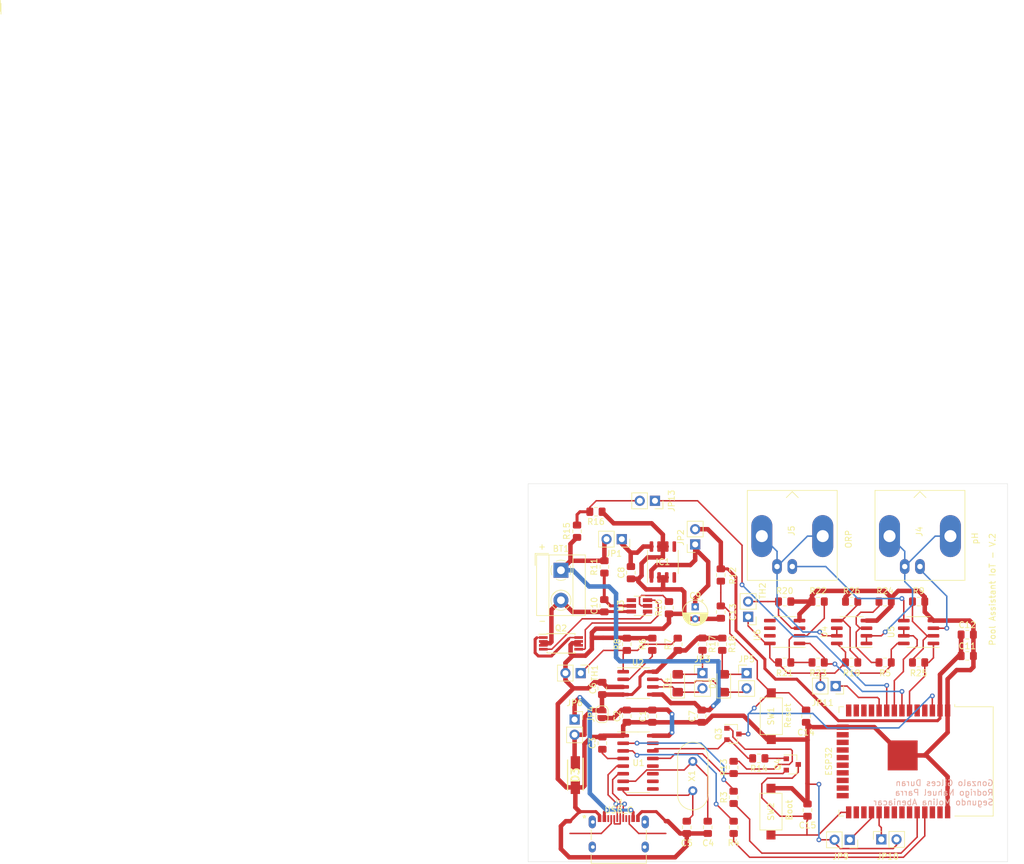
<source format=kicad_pcb>
(kicad_pcb (version 20171130) (host pcbnew "(5.1.8)-1")
  (layers (0 F.Cu mixed) (31 B.Cu mixed) (34 B.Paste user) (35 F.Paste user) (36 B.SilkS user) (37 F.SilkS user) (38 B.Mask user) (39 F.Mask user) (44 Edge.Cuts user))
  (net 0 "")
  (net 1 Batt+)
  (net 2 VBUS)
  (net 3 Batt-)
  (net 4 +3V3)
  (net 5 EN)
  (net 6 Boot)
  (net 7 "Net-(D4-Pad1)")
  (net 8 "Net-(D5-Pad1)")
  (net 9 "Net-(J1-PadB8)")
  (net 10 "Net-(J1-PadA5)")
  (net 11 "Net-(J1-PadA8)")
  (net 12 "Net-(J1-PadB5)")
  (net 13 "Net-(Q3-Pad1)")
  (net 14 RTS)
  (net 15 DTR)
  (net 16 "Net-(Q4-Pad1)")
  (net 17 "Net-(R10-Pad1)")
  (net 18 14)
  (net 19 13)
  (net 20 12)
  (net 21 11)
  (net 22 5)
  (net 23 4)
  (net 24 26)
  (net 25 27)
  (net 26 28)
  (net 27 29)
  (net 28 30)
  (net 29 31)
  (net 30 33)
  (net 31 36)
  (net 32 37)
  (net 33 24)
  (net 34 23)
  (net 35 16)
  (net 36 Rx)
  (net 37 Tx)
  (net 38 Temp)
  (net 39 "Net-(C5-Pad1)")
  (net 40 "Net-(Q2-Pad4)")
  (net 41 "Net-(Q2-Pad5)")
  (net 42 "Net-(U3-Pad4)")
  (net 43 "Net-(ESP32-Pad32)")
  (net 44 "Net-(ESP32-Pad22)")
  (net 45 "Net-(ESP32-Pad21)")
  (net 46 "Net-(ESP32-Pad20)")
  (net 47 "Net-(ESP32-Pad19)")
  (net 48 "Net-(ESP32-Pad18)")
  (net 49 "Net-(ESP32-Pad17)")
  (net 50 "Net-(C3-Pad1)")
  (net 51 "Net-(C4-Pad1)")
  (net 52 "Net-(C8-Pad1)")
  (net 53 "Net-(C9-Pad1)")
  (net 54 "Net-(C10-Pad1)")
  (net 55 D-)
  (net 56 D+)
  (net 57 "Net-(D4-Pad2)")
  (net 58 "Net-(Q2-Pad1)")
  (net 59 "Net-(R3-Pad2)")
  (net 60 "Net-(R4-Pad2)")
  (net 61 "Net-(R6-Pad1)")
  (net 62 "Net-(U1-Pad15)")
  (net 63 "Net-(U1-Pad12)")
  (net 64 "Net-(U1-Pad11)")
  (net 65 "Net-(U1-Pad10)")
  (net 66 "Net-(U1-Pad9)")
  (net 67 GND)
  (net 68 "Net-(C1-Pad1)")
  (net 69 "Net-(D5-Pad2)")
  (net 70 pH)
  (net 71 Cl)
  (net 72 Bat)
  (net 73 Vcc)
  (net 74 "Net-(IC1-Pad5)")
  (net 75 "Net-(IC1-Pad4)")
  (net 76 pH-)
  (net 77 pH+)
  (net 78 ORP-)
  (net 79 ORP+)
  (net 80 "Net-(R24-Pad1)")
  (net 81 "Net-(R7-Pad2)")
  (net 82 "Net-(R25-Pad1)")
  (net 83 "Net-(R19-Pad1)")
  (net 84 "Net-(R20-Pad2)")
  (net 85 "Net-(R21-Pad2)")
  (net 86 "Net-(ESP32-Pad10)")
  (net 87 "Net-(J1-PadA4-B9)")
  (net 88 "Net-(JP13-Pad2)")
  (module Connector_PinSocket_2.54mm:PinSocket_1x02_P2.54mm_Vertical (layer F.Cu) (at 139.319 113.665 270)
    (fp_text reference JP11 (at 2.794 2.159 180) (layer F.SilkS))
    (fp_text value Jumper_NO)
    (pad 2 thru_hole oval (at 0 2.54 270) (size 1.7 1.7) (drill 1) (layers *.Cu *.Mask) (net 73 Vcc))
    (pad 1 thru_hole rect (at 0 0 270) (size 1.7 1.7) (drill 1) (layers *.Cu *.Mask) (net 86 "Net-(ESP32-Pad10)"))
  )
  (module Connector_PinSocket_2.54mm:PinSocket_1x02_P2.54mm_Vertical (layer F.Cu) (at 109.1692 82.7532 270)
    (fp_text reference JP13 (at 0 -2.77 90) (layer F.SilkS))
    (fp_text value Jumper_NO)
    (pad 2 thru_hole oval (at 0 2.54 270) (size 1.7 1.7) (drill 1) (layers *.Cu *.Mask) (net 88 "Net-(JP13-Pad2)"))
    (pad 1 thru_hole rect (at 0 0 270) (size 1.7 1.7) (drill 1) (layers *.Cu *.Mask) (net 72 Bat))
  )
  (module Connector_PinSocket_2.54mm:PinSocket_1x02_P2.54mm_Vertical (layer F.Cu) (at 146.939 139.2555 90)
    (fp_text reference JP10 (at -2.8575 1.0795 180) (layer F.SilkS))
    (fp_text value Jumper_NO)
    (pad 2 thru_hole oval (at 0 2.54 90) (size 1.7 1.7) (drill 1) (layers *.Cu *.Mask) (net 67 GND))
    (pad 1 thru_hole rect (at 0 0 90) (size 1.7 1.7) (drill 1) (layers *.Cu *.Mask) (net 27 29))
  )
  (module Connector_PinSocket_2.54mm:PinSocket_1x02_P2.54mm_Vertical (layer F.Cu) (at 141.6685 139.319 270)
    (fp_text reference JP9 (at 2.794 1.524 180) (layer F.SilkS))
    (fp_text value Jumper_NO)
    (pad 2 thru_hole oval (at 0 2.54 270) (size 1.7 1.7) (drill 1) (layers *.Cu *.Mask) (net 67 GND))
    (pad 1 thru_hole rect (at 0 0 270) (size 1.7 1.7) (drill 1) (layers *.Cu *.Mask) (net 26 28))
  )
  (module Connector_PinSocket_2.54mm:PinSocket_1x02_P2.54mm_Vertical (layer F.Cu) (at 95.758 119.253)
    (fp_text reference JP6 (at 0 -2.77) (layer F.SilkS))
    (fp_text value Jumper_NO)
    (pad 2 thru_hole oval (at 0 2.54) (size 1.7 1.7) (drill 1) (layers *.Cu *.Mask) (net 2 VBUS))
    (pad 1 thru_hole rect (at 0 0) (size 1.7 1.7) (drill 1) (layers *.Cu *.Mask) (net 87 "Net-(J1-PadA4-B9)"))
  )
  (module Button_Switch_SMD:SW_SPST_CK_RS282G05A3 (layer F.Cu) (at 128.58 118.695 270)
    (fp_text reference SW1 (at 0 0.056 90) (layer F.SilkS))
    (fp_text value Reset)
    (pad 2 smd rect (at 3.9 0 270) (size 1.5 1.5) (layers F.Cu F.Paste F.Mask) (net 67 GND))
    (pad 1 smd rect (at -3.9 0 270) (size 1.5 1.5) (layers F.Cu F.Paste F.Mask) (net 5 EN))
  )
  (module Package_SO:SOIC-8_3.9x4.9mm_P1.27mm (layer F.Cu) (at 141.986 104.648 180)
    (fp_text reference U4 (at 4.572 0 90) (layer F.SilkS))
    (fp_text value LM358)
    (pad 8 smd roundrect (at 2.475 -1.905 180) (size 1.95 0.6) (layers F.Cu F.Paste F.Mask) (net 73 Vcc))
    (pad 7 smd roundrect (at 2.475 -0.635 180) (size 1.95 0.6) (layers F.Cu F.Paste F.Mask) (net 78 ORP-))
    (pad 6 smd roundrect (at 2.475 0.635 180) (size 1.95 0.6) (layers F.Cu F.Paste F.Mask) (net 78 ORP-))
    (pad 5 smd roundrect (at 2.475 1.905 180) (size 1.95 0.6) (layers F.Cu F.Paste F.Mask) (net 83 "Net-(R19-Pad1)"))
    (pad 4 smd roundrect (at -2.475 1.905 180) (size 1.95 0.6) (layers F.Cu F.Paste F.Mask) (net 67 GND))
    (pad 3 smd roundrect (at -2.475 0.635 180) (size 1.95 0.6) (layers F.Cu F.Paste F.Mask) (net 80 "Net-(R24-Pad1)"))
    (pad 2 smd roundrect (at -2.475 -0.635 180) (size 1.95 0.6) (layers F.Cu F.Paste F.Mask) (net 76 pH-))
    (pad 1 smd roundrect (at -2.475 -1.905 180) (size 1.95 0.6) (layers F.Cu F.Paste F.Mask) (net 76 pH-))
  )
  (module Connector_Coaxial:BNC_Amphenol_B6252HB-NPP3G-50_Horizontal (layer F.Cu) (at 132.08 93.726)
    (fp_text reference J5 (at -0.127 -5.969 90) (layer F.SilkS))
    (fp_text value ORP)
    (pad 2 thru_hole oval (at -2.54 0) (size 1.6 2.5) (drill 0.89) (layers *.Cu *.Mask) (net 78 ORP-))
    (pad 1 thru_hole oval (at 0 0) (size 1.6 2.5) (drill 0.89) (layers *.Cu *.Mask) (net 79 ORP+))
    (pad 2 thru_hole oval (at 5.08 -5.08) (size 3.5 7) (drill 2.01) (layers *.Cu *.Mask) (net 78 ORP-))
    (pad 2 thru_hole oval (at -5.08 -5.08) (size 3.5 7) (drill 2.01) (layers *.Cu *.Mask) (net 78 ORP-))
  )
  (module Connector_Coaxial:BNC_Amphenol_B6252HB-NPP3G-50_Horizontal (layer F.Cu) (at 153.386 93.726)
    (fp_text reference J4 (at -0.097 -5.842 90) (layer F.SilkS))
    (fp_text value pH)
    (pad 2 thru_hole oval (at -2.54 0) (size 1.6 2.5) (drill 0.89) (layers *.Cu *.Mask) (net 76 pH-))
    (pad 1 thru_hole oval (at 0 0) (size 1.6 2.5) (drill 0.89) (layers *.Cu *.Mask) (net 77 pH+))
    (pad 2 thru_hole oval (at 5.08 -5.08) (size 3.5 7) (drill 2.01) (layers *.Cu *.Mask) (net 76 pH-))
    (pad 2 thru_hole oval (at -5.08 -5.08) (size 3.5 7) (drill 2.01) (layers *.Cu *.Mask) (net 76 pH-))
  )
  (module RF_Module:ESP32-WROOM-32 (layer F.Cu) (at 149.745 126.238 270)
    (fp_text reference ESP32 (at 0 11.569 270) (layer F.SilkS))
    (fp_text value ESP32-WROOM-32)
    (pad 39 smd rect (at -1 -0.755 270) (size 5 5) (layers F.Cu F.Paste F.Mask) (net 67 GND))
    (pad 1 smd rect (at -8.5 -8.255 270) (size 2 0.9) (layers F.Cu F.Paste F.Mask) (net 67 GND))
    (pad 2 smd rect (at -8.5 -6.985 270) (size 2 0.9) (layers F.Cu F.Paste F.Mask) (net 4 +3V3))
    (pad 3 smd rect (at -8.5 -5.715 270) (size 2 0.9) (layers F.Cu F.Paste F.Mask) (net 5 EN))
    (pad 4 smd rect (at -8.5 -4.445 270) (size 2 0.9) (layers F.Cu F.Paste F.Mask) (net 23 4))
    (pad 5 smd rect (at -8.5 -3.175 270) (size 2 0.9) (layers F.Cu F.Paste F.Mask) (net 22 5))
    (pad 6 smd rect (at -8.5 -1.905 270) (size 2 0.9) (layers F.Cu F.Paste F.Mask) (net 70 pH))
    (pad 7 smd rect (at -8.5 -0.635 270) (size 2 0.9) (layers F.Cu F.Paste F.Mask) (net 38 Temp))
    (pad 8 smd rect (at -8.5 0.635 270) (size 2 0.9) (layers F.Cu F.Paste F.Mask) (net 71 Cl))
    (pad 9 smd rect (at -8.5 1.905 270) (size 2 0.9) (layers F.Cu F.Paste F.Mask) (net 72 Bat))
    (pad 10 smd rect (at -8.5 3.175 270) (size 2 0.9) (layers F.Cu F.Paste F.Mask) (net 86 "Net-(ESP32-Pad10)"))
    (pad 11 smd rect (at -8.5 4.445 270) (size 2 0.9) (layers F.Cu F.Paste F.Mask) (net 21 11))
    (pad 12 smd rect (at -8.5 5.715 270) (size 2 0.9) (layers F.Cu F.Paste F.Mask) (net 20 12))
    (pad 13 smd rect (at -8.5 6.985 270) (size 2 0.9) (layers F.Cu F.Paste F.Mask) (net 19 13))
    (pad 14 smd rect (at -8.5 8.255 270) (size 2 0.9) (layers F.Cu F.Paste F.Mask) (net 18 14))
    (pad 15 smd rect (at -5.715 9.255) (size 2 0.9) (layers F.Cu F.Paste F.Mask) (net 67 GND))
    (pad 16 smd rect (at -4.445 9.255) (size 2 0.9) (layers F.Cu F.Paste F.Mask) (net 35 16))
    (pad 17 smd rect (at -3.175 9.255) (size 2 0.9) (layers F.Cu F.Paste F.Mask) (net 49 "Net-(ESP32-Pad17)"))
    (pad 18 smd rect (at -1.905 9.255) (size 2 0.9) (layers F.Cu F.Paste F.Mask) (net 48 "Net-(ESP32-Pad18)"))
    (pad 19 smd rect (at -0.635 9.255) (size 2 0.9) (layers F.Cu F.Paste F.Mask) (net 47 "Net-(ESP32-Pad19)"))
    (pad 20 smd rect (at 0.635 9.255) (size 2 0.9) (layers F.Cu F.Paste F.Mask) (net 46 "Net-(ESP32-Pad20)"))
    (pad 21 smd rect (at 1.905 9.255) (size 2 0.9) (layers F.Cu F.Paste F.Mask) (net 45 "Net-(ESP32-Pad21)"))
    (pad 22 smd rect (at 3.175 9.255) (size 2 0.9) (layers F.Cu F.Paste F.Mask) (net 44 "Net-(ESP32-Pad22)"))
    (pad 23 smd rect (at 4.445 9.255) (size 2 0.9) (layers F.Cu F.Paste F.Mask) (net 34 23))
    (pad 24 smd rect (at 5.715 9.255) (size 2 0.9) (layers F.Cu F.Paste F.Mask) (net 33 24))
    (pad 25 smd rect (at 8.5 8.255 270) (size 2 0.9) (layers F.Cu F.Paste F.Mask) (net 6 Boot))
    (pad 26 smd rect (at 8.5 6.985 270) (size 2 0.9) (layers F.Cu F.Paste F.Mask) (net 24 26))
    (pad 27 smd rect (at 8.5 5.715 270) (size 2 0.9) (layers F.Cu F.Paste F.Mask) (net 25 27))
    (pad 28 smd rect (at 8.5 4.445 270) (size 2 0.9) (layers F.Cu F.Paste F.Mask) (net 26 28))
    (pad 29 smd rect (at 8.5 3.175 270) (size 2 0.9) (layers F.Cu F.Paste F.Mask) (net 27 29))
    (pad 30 smd rect (at 8.5 1.905 270) (size 2 0.9) (layers F.Cu F.Paste F.Mask) (net 28 30))
    (pad 31 smd rect (at 8.5 0.635 270) (size 2 0.9) (layers F.Cu F.Paste F.Mask) (net 29 31))
    (pad 32 smd rect (at 8.5 -0.635 270) (size 2 0.9) (layers F.Cu F.Paste F.Mask) (net 43 "Net-(ESP32-Pad32)"))
    (pad 33 smd rect (at 8.5 -1.905 270) (size 2 0.9) (layers F.Cu F.Paste F.Mask) (net 30 33))
    (pad 34 smd rect (at 8.5 -3.175 270) (size 2 0.9) (layers F.Cu F.Paste F.Mask) (net 36 Rx))
    (pad 35 smd rect (at 8.5 -4.445 270) (size 2 0.9) (layers F.Cu F.Paste F.Mask) (net 37 Tx))
    (pad 36 smd rect (at 8.5 -5.715 270) (size 2 0.9) (layers F.Cu F.Paste F.Mask) (net 31 36))
    (pad 37 smd rect (at 8.5 -6.985 270) (size 2 0.9) (layers F.Cu F.Paste F.Mask) (net 32 37))
    (pad 38 smd rect (at 8.5 -8.255 270) (size 2 0.9) (layers F.Cu F.Paste F.Mask) (net 67 GND))
  )
  (module Package_SO:SOIC-16_3.9x9.9mm_P1.27mm (layer F.Cu) (at 106.34 126.39)
    (fp_text reference U1 (at 0.086 0.102) (layer F.SilkS))
    (fp_text value CH340G)
    (pad 16 smd roundrect (at 2.475 -4.445) (size 1.95 0.6) (layers F.Cu F.Paste F.Mask) (net 68 "Net-(C1-Pad1)"))
    (pad 15 smd roundrect (at 2.475 -3.175) (size 1.95 0.6) (layers F.Cu F.Paste F.Mask) (net 62 "Net-(U1-Pad15)"))
    (pad 14 smd roundrect (at 2.475 -1.905) (size 1.95 0.6) (layers F.Cu F.Paste F.Mask) (net 14 RTS))
    (pad 13 smd roundrect (at 2.475 -0.635) (size 1.95 0.6) (layers F.Cu F.Paste F.Mask) (net 15 DTR))
    (pad 12 smd roundrect (at 2.475 0.635) (size 1.95 0.6) (layers F.Cu F.Paste F.Mask) (net 63 "Net-(U1-Pad12)"))
    (pad 11 smd roundrect (at 2.475 1.905) (size 1.95 0.6) (layers F.Cu F.Paste F.Mask) (net 64 "Net-(U1-Pad11)"))
    (pad 10 smd roundrect (at 2.475 3.175) (size 1.95 0.6) (layers F.Cu F.Paste F.Mask) (net 65 "Net-(U1-Pad10)"))
    (pad 9 smd roundrect (at 2.475 4.445) (size 1.95 0.6) (layers F.Cu F.Paste F.Mask) (net 66 "Net-(U1-Pad9)"))
    (pad 8 smd roundrect (at -2.475 4.445) (size 1.95 0.6) (layers F.Cu F.Paste F.Mask) (net 39 "Net-(C5-Pad1)"))
    (pad 7 smd roundrect (at -2.475 3.175) (size 1.95 0.6) (layers F.Cu F.Paste F.Mask) (net 51 "Net-(C4-Pad1)"))
    (pad 6 smd roundrect (at -2.475 1.905) (size 1.95 0.6) (layers F.Cu F.Paste F.Mask) (net 55 D-))
    (pad 5 smd roundrect (at -2.475 0.635) (size 1.95 0.6) (layers F.Cu F.Paste F.Mask) (net 56 D+))
    (pad 4 smd roundrect (at -2.475 -0.635) (size 1.95 0.6) (layers F.Cu F.Paste F.Mask) (net 50 "Net-(C3-Pad1)"))
    (pad 3 smd roundrect (at -2.475 -1.905) (size 1.95 0.6) (layers F.Cu F.Paste F.Mask) (net 60 "Net-(R4-Pad2)"))
    (pad 2 smd roundrect (at -2.475 -3.175) (size 1.95 0.6) (layers F.Cu F.Paste F.Mask) (net 59 "Net-(R3-Pad2)"))
    (pad 1 smd roundrect (at -2.475 -4.445) (size 1.95 0.6) (layers F.Cu F.Paste F.Mask) (net 67 GND))
  )
  (module Package_SO:SOIC-8_3.9x4.9mm_P1.27mm (layer F.Cu) (at 130.81 104.648 180)
    (fp_text reference U6 (at 4.572 -0.508 90) (layer F.SilkS))
    (fp_text value LM358)
    (pad 8 smd roundrect (at 2.475 -1.905 180) (size 1.95 0.6) (layers F.Cu F.Paste F.Mask) (net 73 Vcc))
    (pad 7 smd roundrect (at 2.475 -0.635 180) (size 1.95 0.6) (layers F.Cu F.Paste F.Mask))
    (pad 6 smd roundrect (at 2.475 0.635 180) (size 1.95 0.6) (layers F.Cu F.Paste F.Mask))
    (pad 5 smd roundrect (at 2.475 1.905 180) (size 1.95 0.6) (layers F.Cu F.Paste F.Mask))
    (pad 4 smd roundrect (at -2.475 1.905 180) (size 1.95 0.6) (layers F.Cu F.Paste F.Mask) (net 67 GND))
    (pad 3 smd roundrect (at -2.475 0.635 180) (size 1.95 0.6) (layers F.Cu F.Paste F.Mask) (net 84 "Net-(R20-Pad2)"))
    (pad 2 smd roundrect (at -2.475 -0.635 180) (size 1.95 0.6) (layers F.Cu F.Paste F.Mask) (net 85 "Net-(R21-Pad2)"))
    (pad 1 smd roundrect (at -2.475 -1.905 180) (size 1.95 0.6) (layers F.Cu F.Paste F.Mask) (net 38 Temp))
  )
  (module Package_SO:SOIC-8_3.9x4.9mm_P1.27mm (layer F.Cu) (at 153.162 104.648 180)
    (fp_text reference U5 (at 4.572 0 90) (layer F.SilkS))
    (fp_text value TLC272)
    (pad 8 smd roundrect (at 2.475 -1.905 180) (size 1.95 0.6) (layers F.Cu F.Paste F.Mask) (net 73 Vcc))
    (pad 7 smd roundrect (at 2.475 -0.635 180) (size 1.95 0.6) (layers F.Cu F.Paste F.Mask) (net 71 Cl))
    (pad 6 smd roundrect (at 2.475 0.635 180) (size 1.95 0.6) (layers F.Cu F.Paste F.Mask) (net 71 Cl))
    (pad 5 smd roundrect (at 2.475 1.905 180) (size 1.95 0.6) (layers F.Cu F.Paste F.Mask) (net 79 ORP+))
    (pad 4 smd roundrect (at -2.475 1.905 180) (size 1.95 0.6) (layers F.Cu F.Paste F.Mask) (net 67 GND))
    (pad 3 smd roundrect (at -2.475 0.635 180) (size 1.95 0.6) (layers F.Cu F.Paste F.Mask) (net 77 pH+))
    (pad 2 smd roundrect (at -2.475 -0.635 180) (size 1.95 0.6) (layers F.Cu F.Paste F.Mask) (net 82 "Net-(R25-Pad1)"))
    (pad 1 smd roundrect (at -2.475 -1.905 180) (size 1.95 0.6) (layers F.Cu F.Paste F.Mask) (net 70 pH))
  )
  (module Connector_PinHeader_2.54mm:PinHeader_1x02_P2.54mm_Vertical (layer F.Cu) (at 124.714 102.108 180)
    (fp_text reference TH2 (at -2.413 4.318 270) (layer F.SilkS))
    (fp_text value NTC2)
    (pad 2 thru_hole oval (at 0 2.54 180) (size 1.7 1.7) (drill 1) (layers *.Cu *.Mask) (net 84 "Net-(R20-Pad2)"))
    (pad 1 thru_hole rect (at 0 0 180) (size 1.7 1.7) (drill 1) (layers *.Cu *.Mask) (net 73 Vcc))
  )
  (module Connector_PinHeader_2.54mm:PinHeader_1x02_P2.54mm_Vertical (layer F.Cu) (at 96.774 111.506 270)
    (fp_text reference TH1 (at 0 -2.33 90) (layer F.SilkS))
    (fp_text value NTC)
    (pad 2 thru_hole oval (at 0 2.54 270) (size 1.7 1.7) (drill 1) (layers *.Cu *.Mask) (net 67 GND))
    (pad 1 thru_hole rect (at 0 0 270) (size 1.7 1.7) (drill 1) (layers *.Cu *.Mask) (net 81 "Net-(R7-Pad2)"))
  )
  (module Button_Switch_SMD:SW_SPST_CK_RS282G05A3 (layer F.Cu) (at 128.524 134.62 90)
    (fp_text reference SW2 (at 0 0 90) (layer F.SilkS))
    (fp_text value Boot)
    (pad 2 smd rect (at 3.9 0 90) (size 1.5 1.5) (layers F.Cu F.Paste F.Mask) (net 67 GND))
    (pad 1 smd rect (at -3.9 0 90) (size 1.5 1.5) (layers F.Cu F.Paste F.Mask) (net 6 Boot))
  )
  (module Resistor_SMD:R_0805_2012Metric_Pad1.15x1.40mm_HandSolder (layer F.Cu) (at 141.986 99.568 180)
    (fp_text reference R26 (at 0 1.778 180) (layer F.SilkS))
    (fp_text value R_Small)
    (pad 2 smd roundrect (at 1.025 0 180) (size 1.15 1.4) (layers F.Cu F.Paste F.Mask) (roundrect_rratio 0.217391) (net 67 GND))
    (pad 1 smd roundrect (at -1.025 0 180) (size 1.15 1.4) (layers F.Cu F.Paste F.Mask) (roundrect_rratio 0.217391) (net 83 "Net-(R19-Pad1)"))
  )
  (module Resistor_SMD:R_0805_2012Metric_Pad1.15x1.40mm_HandSolder (layer F.Cu) (at 153.162 109.728)
    (fp_text reference R25 (at 0 1.778) (layer F.SilkS))
    (fp_text value 10k)
    (pad 2 smd roundrect (at 1.025 0) (size 1.15 1.4) (layers F.Cu F.Paste F.Mask) (roundrect_rratio 0.217391) (net 70 pH))
    (pad 1 smd roundrect (at -1.025 0) (size 1.15 1.4) (layers F.Cu F.Paste F.Mask) (roundrect_rratio 0.217391) (net 82 "Net-(R25-Pad1)"))
  )
  (module Resistor_SMD:R_0805_2012Metric_Pad1.15x1.40mm_HandSolder (layer F.Cu) (at 147.574 99.568)
    (fp_text reference R24 (at -0.009 -1.778) (layer F.SilkS))
    (fp_text value R_Small)
    (pad 2 smd roundrect (at 1.025 0) (size 1.15 1.4) (layers F.Cu F.Paste F.Mask) (roundrect_rratio 0.217391) (net 67 GND))
    (pad 1 smd roundrect (at -1.025 0) (size 1.15 1.4) (layers F.Cu F.Paste F.Mask) (roundrect_rratio 0.217391) (net 80 "Net-(R24-Pad1)"))
  )
  (module Resistor_SMD:R_0805_2012Metric_Pad1.15x1.40mm_HandSolder (layer F.Cu) (at 136.398 109.728 180)
    (fp_text reference R23 (at 0 -1.778) (layer F.SilkS))
    (fp_text value 27k)
    (pad 2 smd roundrect (at 1.025 0 180) (size 1.15 1.4) (layers F.Cu F.Paste F.Mask) (roundrect_rratio 0.217391) (net 85 "Net-(R21-Pad2)"))
    (pad 1 smd roundrect (at -1.025 0 180) (size 1.15 1.4) (layers F.Cu F.Paste F.Mask) (roundrect_rratio 0.217391) (net 38 Temp))
  )
  (module Resistor_SMD:R_0805_2012Metric_Pad1.15x1.40mm_HandSolder (layer F.Cu) (at 136.398 99.568 180)
    (fp_text reference R22 (at 0 1.778) (layer F.SilkS))
    (fp_text value 150k)
    (pad 2 smd roundrect (at 1.025 0 180) (size 1.15 1.4) (layers F.Cu F.Paste F.Mask) (roundrect_rratio 0.217391) (net 67 GND))
    (pad 1 smd roundrect (at -1.025 0 180) (size 1.15 1.4) (layers F.Cu F.Paste F.Mask) (roundrect_rratio 0.217391) (net 85 "Net-(R21-Pad2)"))
  )
  (module Resistor_SMD:R_0805_2012Metric_Pad1.15x1.40mm_HandSolder (layer F.Cu) (at 130.81 109.728)
    (fp_text reference R21 (at 0 1.778) (layer F.SilkS))
    (fp_text value 180k)
    (pad 2 smd roundrect (at 1.025 0) (size 1.15 1.4) (layers F.Cu F.Paste F.Mask) (roundrect_rratio 0.217391) (net 85 "Net-(R21-Pad2)"))
    (pad 1 smd roundrect (at -1.025 0) (size 1.15 1.4) (layers F.Cu F.Paste F.Mask) (roundrect_rratio 0.217391) (net 73 Vcc))
  )
  (module Resistor_SMD:R_0805_2012Metric_Pad1.15x1.40mm_HandSolder (layer F.Cu) (at 130.81 99.568 180)
    (fp_text reference R20 (at 0 1.778) (layer F.SilkS))
    (fp_text value 4k7)
    (pad 2 smd roundrect (at 1.025 0 180) (size 1.15 1.4) (layers F.Cu F.Paste F.Mask) (roundrect_rratio 0.217391) (net 84 "Net-(R20-Pad2)"))
    (pad 1 smd roundrect (at -1.025 0 180) (size 1.15 1.4) (layers F.Cu F.Paste F.Mask) (roundrect_rratio 0.217391) (net 67 GND))
  )
  (module Resistor_SMD:R_0805_2012Metric_Pad1.15x1.40mm_HandSolder (layer F.Cu) (at 141.986 109.728 180)
    (fp_text reference R19 (at 0 -1.778) (layer F.SilkS))
    (fp_text value 50K)
    (pad 2 smd roundrect (at 1.025 0 180) (size 1.15 1.4) (layers F.Cu F.Paste F.Mask) (roundrect_rratio 0.217391) (net 73 Vcc))
    (pad 1 smd roundrect (at -1.025 0 180) (size 1.15 1.4) (layers F.Cu F.Paste F.Mask) (roundrect_rratio 0.217391) (net 83 "Net-(R19-Pad1)"))
  )
  (module Resistor_SMD:R_0805_2012Metric_Pad1.15x1.40mm_HandSolder (layer F.Cu) (at 120.396 106.689 270)
    (fp_text reference R18 (at 0 -1.65 90) (layer F.SilkS))
    (fp_text value 220)
    (pad 2 smd roundrect (at 1.025 0 270) (size 1.15 1.4) (layers F.Cu F.Paste F.Mask) (roundrect_rratio 0.217391) (net 69 "Net-(D5-Pad2)"))
    (pad 1 smd roundrect (at -1.025 0 270) (size 1.15 1.4) (layers F.Cu F.Paste F.Mask) (roundrect_rratio 0.217391) (net 2 VBUS))
  )
  (module Resistor_SMD:R_0805_2012Metric_Pad1.15x1.40mm_HandSolder (layer F.Cu) (at 117.094 106.671 270)
    (fp_text reference R17 (at 0 -1.65 90) (layer F.SilkS))
    (fp_text value 220)
    (pad 2 smd roundrect (at 1.025 0 270) (size 1.15 1.4) (layers F.Cu F.Paste F.Mask) (roundrect_rratio 0.217391) (net 57 "Net-(D4-Pad2)"))
    (pad 1 smd roundrect (at -1.025 0 270) (size 1.15 1.4) (layers F.Cu F.Paste F.Mask) (roundrect_rratio 0.217391) (net 2 VBUS))
  )
  (module Resistor_SMD:R_0805_2012Metric_Pad1.15x1.40mm_HandSolder (layer F.Cu) (at 153.162 99.568 180)
    (fp_text reference R9 (at 0 1.778) (layer F.SilkS))
    (fp_text value 10k)
    (pad 2 smd roundrect (at 1.025 0 180) (size 1.15 1.4) (layers F.Cu F.Paste F.Mask) (roundrect_rratio 0.217391) (net 82 "Net-(R25-Pad1)"))
    (pad 1 smd roundrect (at -1.025 0 180) (size 1.15 1.4) (layers F.Cu F.Paste F.Mask) (roundrect_rratio 0.217391) (net 67 GND))
  )
  (module Resistor_SMD:R_0805_2012Metric_Pad1.15x1.40mm_HandSolder (layer F.Cu) (at 147.574 109.728)
    (fp_text reference R5 (at 0 1.778 180) (layer F.SilkS))
    (fp_text value 50K)
    (pad 2 smd roundrect (at 1.025 0) (size 1.15 1.4) (layers F.Cu F.Paste F.Mask) (roundrect_rratio 0.217391) (net 73 Vcc))
    (pad 1 smd roundrect (at -1.025 0) (size 1.15 1.4) (layers F.Cu F.Paste F.Mask) (roundrect_rratio 0.217391) (net 80 "Net-(R24-Pad1)"))
  )
  (module Connector_PinHeader_2.54mm:PinHeader_1x02_P2.54mm_Vertical (layer F.Cu) (at 124.46 111.506)
    (fp_text reference JP5 (at 0 -2.33) (layer F.SilkS))
    (fp_text value CHRG)
    (pad 2 thru_hole oval (at 0 2.54) (size 1.7 1.7) (drill 1) (layers *.Cu *.Mask) (net 8 "Net-(D5-Pad1)"))
    (pad 1 thru_hole rect (at 0 0) (size 1.7 1.7) (drill 1) (layers *.Cu *.Mask) (net 69 "Net-(D5-Pad2)"))
  )
  (module Connector_PinHeader_2.54mm:PinHeader_1x02_P2.54mm_Vertical (layer F.Cu) (at 117.094 111.506)
    (fp_text reference JP3 (at 0 -2.33) (layer F.SilkS))
    (fp_text value READY)
    (pad 2 thru_hole oval (at 0 2.54) (size 1.7 1.7) (drill 1) (layers *.Cu *.Mask) (net 7 "Net-(D4-Pad1)"))
    (pad 1 thru_hole rect (at 0 0) (size 1.7 1.7) (drill 1) (layers *.Cu *.Mask) (net 57 "Net-(D4-Pad2)"))
  )
  (module USB_C:12402012E212A (layer F.Cu) (at 103.124 139.446)
    (fp_text reference J1 (at 0 -6.35) (layer F.SilkS))
    (fp_text value USB_C (at 0 -5.08) (layer F.SilkS))
    (fp_text user * (at -5.740001 -3.6703) (layer F.SilkS))
    (fp_text user * (at -5.740001 -3.6703) (layer F.SilkS))
    (pad 16 smd oval (at 4.42 1.08) (size 1.2 1.8034) (layers B.Cu B.Adhes B.Mask))
    (pad 14 smd oval (at 4.42 -3.1) (size 1.2 2.1082) (layers B.Cu B.Paste B.Mask))
    (pad 15 smd oval (at -4.42 1.08) (size 1.2 1.8034) (layers B.Cu B.Paste B.Mask))
    (pad A1-B12 smd rect (at -3.200001 -3.6703) (size 0.6096 1.143) (layers F.Cu F.Paste F.Mask) (net 67 GND))
    (pad A4-B9 smd rect (at -2.4 -3.6703) (size 0.6096 1.143) (layers F.Cu F.Paste F.Mask) (net 87 "Net-(J1-PadA4-B9)"))
    (pad B8 smd rect (at -1.749999 -3.6703) (size 0.3048 1.143) (layers F.Cu F.Paste F.Mask) (net 9 "Net-(J1-PadB8)"))
    (pad A5 smd rect (at -1.25 -3.6703) (size 0.3048 1.143) (layers F.Cu F.Paste F.Mask) (net 10 "Net-(J1-PadA5)"))
    (pad B7 smd rect (at -0.750001 -3.6703) (size 0.3048 1.143) (layers F.Cu F.Paste F.Mask) (net 55 D-))
    (pad A6 smd rect (at -0.25 -3.6703) (size 0.3048 1.143) (layers F.Cu F.Paste F.Mask) (net 56 D+))
    (pad A7 smd rect (at 0.25 -3.6703) (size 0.3048 1.143) (layers F.Cu F.Paste F.Mask) (net 55 D-))
    (pad B6 smd rect (at 0.750001 -3.6703) (size 0.3048 1.143) (layers F.Cu F.Paste F.Mask) (net 56 D+))
    (pad A8 smd rect (at 1.25 -3.6703) (size 0.3048 1.143) (layers F.Cu F.Paste F.Mask) (net 11 "Net-(J1-PadA8)"))
    (pad B5 smd rect (at 1.749999 -3.6703) (size 0.3048 1.143) (layers F.Cu F.Paste F.Mask) (net 12 "Net-(J1-PadB5)"))
    (pad B4-A9 smd rect (at 2.4 -3.6703) (size 0.6096 1.143) (layers F.Cu F.Paste F.Mask) (net 87 "Net-(J1-PadA4-B9)"))
    (pad B1-A12 smd rect (at 3.199999 -3.6703) (size 0.6096 1.143) (layers F.Cu F.Paste F.Mask) (net 67 GND))
    (pad 13 smd oval (at -4.42 -3.1003) (size 1.2 2.1082) (layers F.Cu F.Paste F.Mask))
    (pad 14 smd oval (at 4.42 -3.1003) (size 1.2 2.1082) (layers F.Cu F.Paste F.Mask))
    (pad 15 smd oval (at -4.42 1.079701) (size 1.2 1.8034) (layers F.Cu F.Paste F.Mask))
    (pad 16 smd oval (at 4.42 1.079701) (size 1.2 1.8034) (layers F.Cu F.Paste F.Mask))
    (pad 17 np_thru_hole circle (at -2.889999 -2.6003) (size 0.6604 0.6604) (drill 0.6604) (layers *.Cu *.Mask))
    (pad 18 np_thru_hole circle (at 2.889999 -2.6003) (size 0.6604 0.6604) (drill 0.6604) (layers *.Cu *.Mask))
    (pad "" np_thru_hole oval (at 4.32 1.08) (size 0.6096 1.5) (drill 0.6096) (layers *.Cu *.Mask))
    (pad "" np_thru_hole oval (at 4.32 -3.1) (size 0.6096 1.8) (drill 0.6096) (layers *.Cu *.Mask))
    (pad "" np_thru_hole oval (at -4.32 1.08) (size 0.6096 1.5) (drill 0.6096) (layers *.Cu *.Mask))
    (pad "" np_thru_hole oval (at -4.32 -3.1) (size 0.6096 1.8) (drill 0.6096) (layers *.Cu *.Mask))
    (pad 13 smd oval (at -4.42 -3.1) (size 1.2 2.1082) (layers B.Cu B.Paste B.Mask))
  )
  (module Package_SO:SO-8_3.9x4.9mm_P1.27mm (layer F.Cu) (at 110.49 92.964 90)
    (fp_text reference IC1 (at 0 0) (layer F.SilkS))
    (fp_text value KF33BD-TR)
    (pad 8 smd roundrect (at 2.575 -1.905 90) (size 1.75 0.6) (layers F.Cu F.Paste F.Mask) (net 52 "Net-(C8-Pad1)"))
    (pad 7 smd roundrect (at 2.575 -0.635 90) (size 1.75 0.6) (layers F.Cu F.Paste F.Mask) (net 67 GND))
    (pad 6 smd roundrect (at 2.575 0.635 90) (size 1.75 0.6) (layers F.Cu F.Paste F.Mask) (net 67 GND))
    (pad 5 smd roundrect (at 2.575 1.905 90) (size 1.75 0.6) (layers F.Cu F.Paste F.Mask) (net 74 "Net-(IC1-Pad5)"))
    (pad 4 smd roundrect (at -2.575 1.905 90) (size 1.75 0.6) (layers F.Cu F.Paste F.Mask) (net 75 "Net-(IC1-Pad4)"))
    (pad 3 smd roundrect (at -2.575 0.635 90) (size 1.75 0.6) (layers F.Cu F.Paste F.Mask) (net 67 GND))
    (pad 2 smd roundrect (at -2.575 -0.635 90) (size 1.75 0.6) (layers F.Cu F.Paste F.Mask) (net 67 GND))
    (pad 1 smd roundrect (at -2.575 -1.905 90) (size 1.75 0.6) (layers F.Cu F.Paste F.Mask) (net 53 "Net-(C9-Pad1)"))
  )
  (module Jumper:SolderJumper-2_P1.3mm_Open_RoundedPad1.0x1.5mm (layer F.Cu) (at 100.33 118.364 90)
    (fp_text reference JP4 (at 0 -1.8 90) (layer F.SilkS))
    (fp_text value SolderJumper_NO)
    (pad 2 smd custom (at 0.65 0 90) (size 1 0.5) (layers F.Cu F.Mask) (net 2 VBUS) (options (clearance outline) (anchor rect)) (primitives (gr_circle (center 0 0.25) (end 0.5 0.25) (width 0)) (gr_circle (center 0 -0.25) (end 0.5 -0.25) (width 0)) (gr_poly (pts (xy 0 -0.75) (xy -0.5 -0.75) (xy -0.5 0.75) (xy 0 0.75)) (width 0))))
    (pad 1 smd custom (at -0.65 0 90) (size 1 0.5) (layers F.Cu F.Mask) (net 68 "Net-(C1-Pad1)") (options (clearance outline) (anchor rect)) (primitives (gr_circle (center 0 0.25) (end 0.5 0.25) (width 0)) (gr_circle (center 0 -0.25) (end 0.5 -0.25) (width 0)) (gr_poly (pts (xy 0 -0.75) (xy 0.5 -0.75) (xy 0.5 0.75) (xy 0 0.75)) (width 0))))
  )
  (module Resistor_SMD:R_0805_2012Metric_Pad1.15x1.40mm_HandSolder (layer F.Cu) (at 99.323 84.582)
    (fp_text reference R16 (at 0 1.655) (layer F.SilkS))
    (fp_text value 50k)
    (pad 2 smd roundrect (at 1.025 0) (size 1.15 1.4) (layers F.Cu F.Paste F.Mask) (roundrect_rratio 0.217391) (net 67 GND))
    (pad 1 smd roundrect (at -1.025 0) (size 1.15 1.4) (layers F.Cu F.Paste F.Mask) (roundrect_rratio 0.217391) (net 88 "Net-(JP13-Pad2)"))
  )
  (module Resistor_SMD:R_0805_2012Metric_Pad1.15x1.40mm_HandSolder (layer F.Cu) (at 96.166 87.833 90)
    (fp_text reference R15 (at 0.025 -1.725 90) (layer F.SilkS))
    (fp_text value 39k)
    (pad 2 smd roundrect (at 1.025 0 90) (size 1.15 1.4) (layers F.Cu F.Paste F.Mask) (roundrect_rratio 0.217391) (net 88 "Net-(JP13-Pad2)"))
    (pad 1 smd roundrect (at -1.025 0 90) (size 1.15 1.4) (layers F.Cu F.Paste F.Mask) (roundrect_rratio 0.217391) (net 1 Batt+))
  )
  (module Capacitor_SMD:C_0805_2012Metric_Pad1.15x1.40mm_HandSolder (layer F.Cu) (at 120.156 101.325 270)
    (fp_text reference C13 (at 0.021 -2.018 90) (layer F.SilkS))
    (fp_text value 1u)
    (pad 2 smd roundrect (at 1.025 0 270) (size 1.15 1.4) (layers F.Cu F.Paste F.Mask) (roundrect_rratio 0.217391) (net 67 GND))
    (pad 1 smd roundrect (at -1.025 0 270) (size 1.15 1.4) (layers F.Cu F.Paste F.Mask) (roundrect_rratio 0.217391) (net 5 EN))
  )
  (module Resistor_SMD:R_0805_2012Metric_Pad1.15x1.40mm_HandSolder (layer F.Cu) (at 120.156 95.135 270)
    (fp_text reference R12 (at 0.115 -2.018 90) (layer F.SilkS))
    (fp_text value 10k)
    (pad 2 smd roundrect (at 1.025 0 270) (size 1.15 1.4) (layers F.Cu F.Paste F.Mask) (roundrect_rratio 0.217391) (net 5 EN))
    (pad 1 smd roundrect (at -1.025 0 270) (size 1.15 1.4) (layers F.Cu F.Paste F.Mask) (roundrect_rratio 0.217391) (net 4 +3V3))
  )
  (module Resistor_SMD:R_0805_2012Metric_Pad1.15x1.40mm_HandSolder (layer F.Cu) (at 108.72 106.695 90)
    (fp_text reference R6 (at 0.005 -1.62 270) (layer F.SilkS))
    (fp_text value 1.2k)
    (pad 1 smd roundrect (at -1.025 0 90) (size 1.15 1.4) (layers F.Cu F.Paste F.Mask) (roundrect_rratio 0.217391) (net 61 "Net-(R6-Pad1)"))
    (pad 2 smd roundrect (at 1.025 0 90) (size 1.15 1.4) (layers F.Cu F.Paste F.Mask) (roundrect_rratio 0.217391) (net 67 GND))
  )
  (module TerminalBlock_MetzConnect:TerminalBlock_MetzConnect_Type055_RT01502HDWU_1x02_P5.00mm_Horizontal (layer F.Cu) (at 93.48 94.345 270)
    (fp_text reference BT1 (at -3.6 0 180) (layer F.SilkS))
    (fp_text value LCR26650)
    (pad 2 thru_hole circle (at 5 0 270) (size 2.5 2.5) (drill 1.3) (layers *.Cu *.Mask) (net 3 Batt-))
    (pad 1 thru_hole rect (at 0 0 270) (size 2.5 2.5) (drill 1.3) (layers *.Cu *.Mask) (net 1 Batt+))
  )
  (module Capacitor_SMD:C_0805_2012Metric_Pad1.15x1.40mm_HandSolder (layer F.Cu) (at 105.156 94.751 270)
    (fp_text reference C8 (at 0 1.61 270) (layer F.SilkS))
    (fp_text value 1uF)
    (pad 1 smd roundrect (at -1.025 0 270) (size 1.15 1.4) (layers F.Cu F.Paste F.Mask) (roundrect_rratio 0.217391) (net 52 "Net-(C8-Pad1)"))
    (pad 2 smd roundrect (at 1.025 0 270) (size 1.15 1.4) (layers F.Cu F.Paste F.Mask) (roundrect_rratio 0.217391) (net 67 GND))
  )
  (module Capacitor_SMD:C_0805_2012Metric_Pad1.15x1.40mm_HandSolder (layer F.Cu) (at 100.37 114.06 90)
    (fp_text reference C6 (at 0.025 -1.55 90) (layer F.SilkS))
    (fp_text value 10uF)
    (pad 2 smd roundrect (at 1.025 0 90) (size 1.15 1.4) (layers F.Cu F.Paste F.Mask) (roundrect_rratio 0.217391) (net 67 GND))
    (pad 1 smd roundrect (at -1.025 0 90) (size 1.15 1.4) (layers F.Cu F.Paste F.Mask) (roundrect_rratio 0.217391) (net 2 VBUS))
  )
  (module Resistor_SMD:R_0805_2012Metric_Pad1.15x1.40mm_HandSolder (layer F.Cu) (at 112.97 106.695 90)
    (fp_text reference R7 (at 0 -1.59 270) (layer F.SilkS))
    (fp_text value RT1)
    (pad 1 smd roundrect (at -1.025 0 90) (size 1.15 1.4) (layers F.Cu F.Paste F.Mask) (roundrect_rratio 0.217391) (net 2 VBUS))
    (pad 2 smd roundrect (at 1.025 0 90) (size 1.15 1.4) (layers F.Cu F.Paste F.Mask) (roundrect_rratio 0.217391) (net 81 "Net-(R7-Pad2)"))
  )
  (module Resistor_SMD:R_0805_2012Metric_Pad1.15x1.40mm_HandSolder (layer F.Cu) (at 104.47 106.695 90)
    (fp_text reference R8 (at -0.005 -1.57 270) (layer F.SilkS))
    (fp_text value RT2)
    (pad 2 smd roundrect (at 1.025 0 90) (size 1.15 1.4) (layers F.Cu F.Paste F.Mask) (roundrect_rratio 0.217391) (net 67 GND))
    (pad 1 smd roundrect (at -1.025 0 90) (size 1.15 1.4) (layers F.Cu F.Paste F.Mask) (roundrect_rratio 0.217391) (net 81 "Net-(R7-Pad2)"))
  )
  (module Package_SO:SOIC-8_3.9x4.9mm_P1.27mm (layer F.Cu) (at 106.34 113.175)
    (fp_text reference U2 (at -0.01 -3.42) (layer F.SilkS))
    (fp_text value TC4056)
    (pad 8 smd roundrect (at 2.475 -1.905) (size 1.95 0.6) (layers F.Cu F.Paste F.Mask) (net 2 VBUS))
    (pad 7 smd roundrect (at 2.475 -0.635) (size 1.95 0.6) (layers F.Cu F.Paste F.Mask) (net 8 "Net-(D5-Pad1)"))
    (pad 6 smd roundrect (at 2.475 0.635) (size 1.95 0.6) (layers F.Cu F.Paste F.Mask) (net 7 "Net-(D4-Pad1)"))
    (pad 5 smd roundrect (at 2.475 1.905) (size 1.95 0.6) (layers F.Cu F.Paste F.Mask) (net 1 Batt+))
    (pad 4 smd roundrect (at -2.475 1.905) (size 1.95 0.6) (layers F.Cu F.Paste F.Mask) (net 2 VBUS))
    (pad 3 smd roundrect (at -2.475 0.635) (size 1.95 0.6) (layers F.Cu F.Paste F.Mask) (net 67 GND))
    (pad 2 smd roundrect (at -2.475 -0.635) (size 1.95 0.6) (layers F.Cu F.Paste F.Mask) (net 61 "Net-(R6-Pad1)"))
    (pad 1 smd roundrect (at -2.475 -1.905) (size 1.95 0.6) (layers F.Cu F.Paste F.Mask) (net 81 "Net-(R7-Pad2)"))
  )
  (module Connector_PinSocket_2.54mm:PinSocket_1x02_P2.54mm_Vertical (layer F.Cu) (at 103.632 89.154 270)
    (fp_text reference JP1 (at 2.41 1.32 180) (layer F.SilkS))
    (fp_text value Jumper_NO)
    (pad 2 thru_hole oval (at 0 2.54 270) (size 1.7 1.7) (drill 1) (layers *.Cu *.Mask) (net 1 Batt+))
    (pad 1 thru_hole rect (at 0 0 270) (size 1.7 1.7) (drill 1) (layers *.Cu *.Mask) (net 52 "Net-(C8-Pad1)"))
  )
  (module Capacitor_SMD:C_0805_2012Metric_Pad1.15x1.40mm_HandSolder (layer F.Cu) (at 116.96 118.695 270)
    (fp_text reference C7 (at 0 1.58 90) (layer F.SilkS))
    (fp_text value 10uF)
    (pad 1 smd roundrect (at -1.025 0 270) (size 1.15 1.4) (layers F.Cu F.Paste F.Mask) (roundrect_rratio 0.217391) (net 1 Batt+))
    (pad 2 smd roundrect (at 1.025 0 270) (size 1.15 1.4) (layers F.Cu F.Paste F.Mask) (roundrect_rratio 0.217391) (net 67 GND))
  )
  (module Resistor_SMD:R_0805_2012Metric_Pad1.15x1.40mm_HandSolder (layer F.Cu) (at 100.73 93.785 270)
    (fp_text reference R11 (at 0 1.72 270) (layer F.SilkS))
    (fp_text value 100)
    (pad 1 smd roundrect (at -1.025 0 270) (size 1.15 1.4) (layers F.Cu F.Paste F.Mask) (roundrect_rratio 0.217391) (net 1 Batt+))
    (pad 2 smd roundrect (at 1.025 0 270) (size 1.15 1.4) (layers F.Cu F.Paste F.Mask) (roundrect_rratio 0.217391) (net 54 "Net-(C10-Pad1)"))
  )
  (module LED_SMD:LED_1206_3216Metric_Pad1.42x1.75mm_HandSolder (layer F.Cu) (at 112.97 113.195 90)
    (fp_text reference D4 (at -0.02 -1.82 270) (layer F.SilkS))
    (fp_text value READY)
    (pad 2 smd roundrect (at 1.4875 0 90) (size 1.425 1.75) (layers F.Cu F.Paste F.Mask) (roundrect_rratio 0.175439) (net 57 "Net-(D4-Pad2)"))
    (pad 1 smd roundrect (at -1.4875 0 90) (size 1.425 1.75) (layers F.Cu F.Paste F.Mask) (roundrect_rratio 0.175439) (net 7 "Net-(D4-Pad1)"))
  )
  (module Capacitor_SMD:C_0805_2012Metric_Pad1.15x1.40mm_HandSolder (layer F.Cu) (at 100.71 100.265 270)
    (fp_text reference C10 (at 0 1.66 270) (layer F.SilkS))
    (fp_text value 0.1uF)
    (pad 1 smd roundrect (at -1.025 0 270) (size 1.15 1.4) (layers F.Cu F.Paste F.Mask) (roundrect_rratio 0.217391) (net 54 "Net-(C10-Pad1)"))
    (pad 2 smd roundrect (at 1.025 0 270) (size 1.15 1.4) (layers F.Cu F.Paste F.Mask) (roundrect_rratio 0.217391) (net 3 Batt-))
  )
  (module Package_TO_SOT_SMD:SOT-23-6_Handsoldering (layer F.Cu) (at 106.58 100.285 180)
    (fp_text reference U3 (at 3.12 0 90) (layer F.SilkS))
    (fp_text value DW01A)
    (pad 1 smd rect (at -1.35 -0.95 180) (size 1.56 0.65) (layers F.Cu F.Paste F.Mask) (net 40 "Net-(Q2-Pad4)"))
    (pad 2 smd rect (at -1.35 0 180) (size 1.56 0.65) (layers F.Cu F.Paste F.Mask) (net 17 "Net-(R10-Pad1)"))
    (pad 3 smd rect (at -1.35 0.95 180) (size 1.56 0.65) (layers F.Cu F.Paste F.Mask) (net 41 "Net-(Q2-Pad5)"))
    (pad 4 smd rect (at 1.35 0.95 180) (size 1.56 0.65) (layers F.Cu F.Paste F.Mask) (net 42 "Net-(U3-Pad4)"))
    (pad 6 smd rect (at 1.35 -0.95 180) (size 1.56 0.65) (layers F.Cu F.Paste F.Mask) (net 3 Batt-))
    (pad 5 smd rect (at 1.35 0 180) (size 1.56 0.65) (layers F.Cu F.Paste F.Mask) (net 54 "Net-(C10-Pad1)"))
  )
  (module Resistor_SMD:R_0805_2012Metric_Pad1.15x1.40mm_HandSolder (layer F.Cu) (at 111.506 100.593 270)
    (fp_text reference R10 (at 0 1.69 270) (layer F.SilkS))
    (fp_text value 1k)
    (pad 1 smd roundrect (at -1.025 0 270) (size 1.15 1.4) (layers F.Cu F.Paste F.Mask) (roundrect_rratio 0.217391) (net 17 "Net-(R10-Pad1)"))
    (pad 2 smd roundrect (at 1.025 0 270) (size 1.15 1.4) (layers F.Cu F.Paste F.Mask) (roundrect_rratio 0.217391) (net 67 GND))
  )
  (module LED_SMD:LED_1206_3216Metric_Pad1.42x1.75mm_HandSolder (layer F.Cu) (at 120.65 113.195 90)
    (fp_text reference D5 (at 0 -1.89 270) (layer F.SilkS))
    (fp_text value CHRG)
    (pad 2 smd roundrect (at 1.4875 0 90) (size 1.425 1.75) (layers F.Cu F.Paste F.Mask) (roundrect_rratio 0.175439) (net 69 "Net-(D5-Pad2)"))
    (pad 1 smd roundrect (at -1.4875 0 90) (size 1.425 1.75) (layers F.Cu F.Paste F.Mask) (roundrect_rratio 0.175439) (net 8 "Net-(D5-Pad1)"))
  )
  (module Capacitor_SMD:C_0805_2012Metric_Pad1.15x1.40mm_HandSolder (layer F.Cu) (at 114.476 137.238 270)
    (fp_text reference C5 (at 2.631 -0.008 180) (layer F.SilkS))
    (fp_text value 22p)
    (pad 2 smd roundrect (at 1.025 0 270) (size 1.15 1.4) (layers F.Cu F.Paste F.Mask) (roundrect_rratio 0.217391) (net 67 GND))
    (pad 1 smd roundrect (at -1.025 0 270) (size 1.15 1.4) (layers F.Cu F.Paste F.Mask) (roundrect_rratio 0.217391) (net 39 "Net-(C5-Pad1)"))
  )
  (module Capacitor_SMD:C_0805_2012Metric_Pad1.15x1.40mm_HandSolder (layer F.Cu) (at 117.976 137.238 270)
    (fp_text reference C4 (at 2.631 -0.074 180) (layer F.SilkS))
    (fp_text value 22p)
    (pad 2 smd roundrect (at 1.025 0 270) (size 1.15 1.4) (layers F.Cu F.Paste F.Mask) (roundrect_rratio 0.217391) (net 67 GND))
    (pad 1 smd roundrect (at -1.025 0 270) (size 1.15 1.4) (layers F.Cu F.Paste F.Mask) (roundrect_rratio 0.217391) (net 51 "Net-(C4-Pad1)"))
  )
  (module Crystal:Crystal_HC18-U_Vertical (layer F.Cu) (at 115.48 126.235 270)
    (fp_text reference X1 (at 2.425 0.15 270) (layer F.SilkS))
    (fp_text value "12 MHz")
    (pad 2 thru_hole circle (at 4.9 0 270) (size 1.5 1.5) (drill 0.8) (layers *.Cu *.Mask) (net 39 "Net-(C5-Pad1)"))
    (pad 1 thru_hole circle (at 0 0 270) (size 1.5 1.5) (drill 0.8) (layers *.Cu *.Mask) (net 51 "Net-(C4-Pad1)"))
  )
  (module SMAJ5.0A:DIOM5026X229N (layer F.Cu) (at 95.885 128.524 270)
    (fp_text reference D3 (at 0 0 90) (layer F.SilkS) (effects (font (size 1.27 1.27) (thickness 0.254))))
    (fp_text value SMAJ5.0A hide)
    (pad 2 smd rect (at 2.05 0) (size 1.55 2.2) (layers F.Cu F.Paste F.Mask) (net 67 GND))
    (pad 1 smd rect (at -2.05 0) (size 1.55 2.2) (layers F.Cu F.Paste F.Mask) (net 2 VBUS))
  )
  (module Capacitor_SMD:C_0805_2012Metric_Pad1.15x1.40mm_HandSolder (layer F.Cu) (at 104.47 118.685 270)
    (fp_text reference C2 (at 0 1.6 90) (layer F.SilkS))
    (fp_text value 0.1u)
    (pad 2 smd roundrect (at 1.025 0 270) (size 1.15 1.4) (layers F.Cu F.Paste F.Mask) (roundrect_rratio 0.217391) (net 67 GND))
    (pad 1 smd roundrect (at -1.025 0 270) (size 1.15 1.4) (layers F.Cu F.Paste F.Mask) (roundrect_rratio 0.217391) (net 68 "Net-(C1-Pad1)"))
  )
  (module Capacitor_SMD:C_0805_2012Metric_Pad1.15x1.40mm_HandSolder (layer F.Cu) (at 100.39 123.19 90)
    (fp_text reference C3 (at 0.008 -1.67 90) (layer F.SilkS))
    (fp_text value 0.1u)
    (pad 2 smd roundrect (at 1.025 0 90) (size 1.15 1.4) (layers F.Cu F.Paste F.Mask) (roundrect_rratio 0.217391) (net 67 GND))
    (pad 1 smd roundrect (at -1.025 0 90) (size 1.15 1.4) (layers F.Cu F.Paste F.Mask) (roundrect_rratio 0.217391) (net 50 "Net-(C3-Pad1)"))
  )
  (module Package_SO:TSSOP-8_4.4x3mm_P0.65mm (layer F.Cu) (at 93.49 106.545)
    (fp_text reference Q2 (at 0 -2.53) (layer F.SilkS))
    (fp_text value 8205A)
    (pad 1 smd rect (at -2.95 -0.975) (size 1.45 0.45) (layers F.Cu F.Paste F.Mask) (net 58 "Net-(Q2-Pad1)"))
    (pad 2 smd rect (at -2.95 -0.325) (size 1.45 0.45) (layers F.Cu F.Paste F.Mask) (net 3 Batt-))
    (pad 3 smd rect (at -2.95 0.325) (size 1.45 0.45) (layers F.Cu F.Paste F.Mask) (net 3 Batt-))
    (pad 4 smd rect (at -2.95 0.975) (size 1.45 0.45) (layers F.Cu F.Paste F.Mask) (net 40 "Net-(Q2-Pad4)"))
    (pad 5 smd rect (at 2.95 0.975) (size 1.45 0.45) (layers F.Cu F.Paste F.Mask) (net 41 "Net-(Q2-Pad5)"))
    (pad 6 smd rect (at 2.95 0.325) (size 1.45 0.45) (layers F.Cu F.Paste F.Mask) (net 67 GND))
    (pad 7 smd rect (at 2.95 -0.325) (size 1.45 0.45) (layers F.Cu F.Paste F.Mask) (net 67 GND))
    (pad 8 smd rect (at 2.95 -0.975) (size 1.45 0.45) (layers F.Cu F.Paste F.Mask) (net 58 "Net-(Q2-Pad1)"))
  )
  (module Connector_PinSocket_2.54mm:PinSocket_1x02_P2.54mm_Vertical (layer F.Cu) (at 115.88 90.035 180)
    (fp_text reference JP2 (at 2.4 1.15 90) (layer F.SilkS))
    (fp_text value Jumper_NO)
    (pad 2 thru_hole oval (at 0 2.54 180) (size 1.7 1.7) (drill 1) (layers *.Cu *.Mask) (net 4 +3V3))
    (pad 1 thru_hole rect (at 0 0 180) (size 1.7 1.7) (drill 1) (layers *.Cu *.Mask) (net 53 "Net-(C9-Pad1)"))
  )
  (module Capacitor_SMD:C_0805_2012Metric_Pad1.15x1.40mm_HandSolder (layer F.Cu) (at 108.72 118.69 270)
    (fp_text reference C1 (at 0 1.575 90) (layer F.SilkS))
    (fp_text value 10u)
    (pad 2 smd roundrect (at 1.025 0 270) (size 1.15 1.4) (layers F.Cu F.Paste F.Mask) (roundrect_rratio 0.217391) (net 67 GND))
    (pad 1 smd roundrect (at -1.025 0 270) (size 1.15 1.4) (layers F.Cu F.Paste F.Mask) (roundrect_rratio 0.217391) (net 68 "Net-(C1-Pad1)"))
  )
  (module Capacitor_SMD:C_0805_2012Metric_Pad1.15x1.40mm_HandSolder (layer F.Cu) (at 161.276 105.092 180)
    (fp_text reference C12 (at 0 1.625) (layer F.SilkS))
    (fp_text value 0.1u)
    (pad 1 smd roundrect (at -1.025 0 180) (size 1.15 1.4) (layers F.Cu F.Paste F.Mask) (roundrect_rratio 0.217391) (net 67 GND))
    (pad 2 smd roundrect (at 1.025 0 180) (size 1.15 1.4) (layers F.Cu F.Paste F.Mask) (roundrect_rratio 0.217391) (net 4 +3V3))
  )
  (module Capacitor_SMD:C_0805_2012Metric_Pad1.15x1.40mm_HandSolder (layer F.Cu) (at 161.281 108.642)
    (fp_text reference C11 (at 0 -1.65) (layer F.SilkS))
    (fp_text value 10u)
    (pad 1 smd roundrect (at -1.025 0) (size 1.15 1.4) (layers F.Cu F.Paste F.Mask) (roundrect_rratio 0.217391) (net 4 +3V3))
    (pad 2 smd roundrect (at 1.025 0) (size 1.15 1.4) (layers F.Cu F.Paste F.Mask) (roundrect_rratio 0.217391) (net 67 GND))
  )
  (module Capacitor_THT:CP_Radial_D4.0mm_P2.00mm (layer F.Cu) (at 115.88 100.455 270)
    (fp_text reference C9 (at -1.85 0 180) (layer F.SilkS))
    (fp_text value 10uF)
    (pad 2 thru_hole circle (at 2 0 270) (size 1.2 1.2) (drill 0.6) (layers *.Cu *.Mask) (net 67 GND))
    (pad 1 thru_hole rect (at 0 0 270) (size 1.2 1.2) (drill 0.6) (layers *.Cu *.Mask) (net 53 "Net-(C9-Pad1)"))
  )
  (module Capacitor_SMD:C_0805_2012Metric_Pad1.15x1.40mm_HandSolder (layer F.Cu) (at 134.62 134.366 90)
    (fp_text reference C15 (at -2.54 0) (layer F.SilkS))
    (fp_text value 0.1uF)
    (pad 2 smd roundrect (at 1.025 0 90) (size 1.15 1.4) (layers F.Cu F.Paste F.Mask) (roundrect_rratio 0.217391) (net 67 GND))
    (pad 1 smd roundrect (at -1.025 0 90) (size 1.15 1.4) (layers F.Cu F.Paste F.Mask) (roundrect_rratio 0.217391) (net 6 Boot))
  )
  (module Package_TO_SOT_SMD:SOT-23 (layer F.Cu) (at 122.174 121.666)
    (fp_text reference Q3 (at -2.4 0 270) (layer F.SilkS))
    (fp_text value BC817)
    (pad 3 smd rect (at 1 0) (size 0.9 0.8) (layers F.Cu F.Paste F.Mask) (net 5 EN))
    (pad 2 smd rect (at -1 0.95) (size 0.9 0.8) (layers F.Cu F.Paste F.Mask) (net 14 RTS))
    (pad 1 smd rect (at -1 -0.95) (size 0.9 0.8) (layers F.Cu F.Paste F.Mask) (net 13 "Net-(Q3-Pad1)"))
  )
  (module Package_TO_SOT_SMD:SOT-23 (layer F.Cu) (at 132.08 126.746)
    (fp_text reference Q4 (at -2.4 0 90) (layer F.SilkS))
    (fp_text value BC817)
    (pad 1 smd rect (at -1 -0.95) (size 0.9 0.8) (layers F.Cu F.Paste F.Mask) (net 16 "Net-(Q4-Pad1)"))
    (pad 2 smd rect (at -1 0.95) (size 0.9 0.8) (layers F.Cu F.Paste F.Mask) (net 15 DTR))
    (pad 3 smd rect (at 1 0) (size 0.9 0.8) (layers F.Cu F.Paste F.Mask) (net 6 Boot))
  )
  (module Resistor_SMD:R_0805_2012Metric_Pad1.15x1.40mm_HandSolder (layer F.Cu) (at 126.492 125.73 180)
    (fp_text reference R14 (at -0.025 -1.7 180) (layer F.SilkS))
    (fp_text value 10k)
    (pad 1 smd roundrect (at -1.025 0 180) (size 1.15 1.4) (layers F.Cu F.Paste F.Mask) (roundrect_rratio 0.217391) (net 16 "Net-(Q4-Pad1)"))
    (pad 2 smd roundrect (at 1.025 0 180) (size 1.15 1.4) (layers F.Cu F.Paste F.Mask) (roundrect_rratio 0.217391) (net 14 RTS))
  )
  (module Resistor_SMD:R_0805_2012Metric_Pad1.15x1.40mm_HandSolder (layer F.Cu) (at 122.294 127.241 270)
    (fp_text reference R13 (at 0 1.65 90) (layer F.SilkS))
    (fp_text value 10k)
    (pad 1 smd roundrect (at -1.025 0 270) (size 1.15 1.4) (layers F.Cu F.Paste F.Mask) (roundrect_rratio 0.217391) (net 13 "Net-(Q3-Pad1)"))
    (pad 2 smd roundrect (at 1.025 0 270) (size 1.15 1.4) (layers F.Cu F.Paste F.Mask) (roundrect_rratio 0.217391) (net 15 DTR))
  )
  (module Capacitor_SMD:C_0805_2012Metric_Pad1.15x1.40mm_HandSolder (layer F.Cu) (at 134.38 118.695 270)
    (fp_text reference C14 (at 2.717 0.014 180) (layer F.SilkS))
    (fp_text value 0.1uF)
    (pad 2 smd roundrect (at 1.025 0 270) (size 1.15 1.4) (layers F.Cu F.Paste F.Mask) (roundrect_rratio 0.217391) (net 67 GND))
    (pad 1 smd roundrect (at -1.025 0 270) (size 1.15 1.4) (layers F.Cu F.Paste F.Mask) (roundrect_rratio 0.217391) (net 5 EN))
  )
  (module Resistor_SMD:R_0805_2012Metric_Pad1.15x1.40mm_HandSolder (layer F.Cu) (at 122.294 132.241 90)
    (fp_text reference R3 (at 0 -1.625 270) (layer F.SilkS))
    (fp_text value 100)
    (pad 1 smd roundrect (at -1.025 0 90) (size 1.15 1.4) (layers F.Cu F.Paste F.Mask) (roundrect_rratio 0.217391) (net 36 Rx))
    (pad 2 smd roundrect (at 1.025 0 90) (size 1.15 1.4) (layers F.Cu F.Paste F.Mask) (roundrect_rratio 0.217391) (net 59 "Net-(R3-Pad2)"))
  )
  (module Resistor_SMD:R_0805_2012Metric_Pad1.15x1.40mm_HandSolder (layer F.Cu) (at 122.294 137.241 90)
    (fp_text reference R4 (at -2.599 -0.004) (layer F.SilkS))
    (fp_text value 100)
    (pad 2 smd roundrect (at 1.025 0 90) (size 1.15 1.4) (layers F.Cu F.Paste F.Mask) (roundrect_rratio 0.217391) (net 60 "Net-(R4-Pad2)"))
    (pad 1 smd roundrect (at -1.025 0 90) (size 1.15 1.4) (layers F.Cu F.Paste F.Mask) (roundrect_rratio 0.217391) (net 37 Tx))
  )
  (gr_text pH (at 162.56 89.027 90) (layer F.SilkS) (effects (font (size 1 1))))
  (gr_text ORP (at 141.478 89.154 90) (layer F.SilkS) (effects (font (size 1 1))))
  (gr_text Boot (at 131.572 134.366 90) (layer F.SilkS) (effects (font (size 1 1))))
  (gr_line (start 0.05 1.55) (end 0.05 -0.25) (layer F.SilkS) (width 0.12))
  (gr_line (start -0.06 1.1) (end -0.06 -0.75) (layer F.SilkS) (width 0.12))
  (gr_text "Gonzalo Gilces Duran\nRodrigo Nahuel Parra\nSegundo Molina Abeniacar" (at 165.735 131.445) (layer B.SilkS) (effects (font (size 1 1)) (justify left mirror)))
  (gr_text "Pool Assistant IoT - V.2\n" (at 165.481 97.536 90) (layer F.SilkS) (effects (font (size 1 1))))
  (gr_line (start 168 143) (end 88 143) (layer Edge.Cuts) (width 0.05))
  (gr_line (start 168 79.9084) (end 168 143) (layer Edge.Cuts) (width 0.05))
  (gr_line (start 87.9956 79.9084) (end 167.9956 79.9084) (layer Edge.Cuts) (width 0.05))
  (gr_line (start 88 143) (end 87.9956 79.9084) (layer Edge.Cuts) (width 0.05))
  (gr_text - (at 90.37 102.785) (layer F.SilkS) (effects (font (size 1 1))))
  (gr_text + (at 90.33 90.395) (layer F.SilkS) (effects (font (size 1 1))))
  (gr_text Reset (at 131.318 118.618 90) (layer F.SilkS) (effects (font (size 1 1))))
  (gr_text Boot (at 131.572 134.366 90) (layer F.SilkS) (effects (font (size 1 1))))
  (segment (start 116.96 117.67) (end 118.235 117.67) (width 0.75) (layer F.Cu) (net 1))
  (segment (start 118.235 117.67) (end 118.530001 117.374999) (width 0.75) (layer F.Cu) (net 1))
  (segment (start 118.530001 117.374999) (end 118.93 116.975) (width 0.75) (layer F.Cu) (net 1))
  (segment (start 95.065 92.76) (end 93.48 94.345) (width 0.75) (layer F.Cu) (net 1))
  (segment (start 100.73 92.76) (end 95.065 92.76) (width 0.75) (layer F.Cu) (net 1))
  (via (at 118.93 116.975) (size 0.8) (drill 0.4) (layers F.Cu B.Cu) (net 1))
  (segment (start 103.335 109.535) (end 119.76 109.535) (width 0.75) (layer B.Cu) (net 1))
  (segment (start 95.48 94.345) (end 98.185 97.05) (width 0.75) (layer B.Cu) (net 1))
  (segment (start 93.48 94.345) (end 95.48 94.345) (width 0.75) (layer B.Cu) (net 1))
  (segment (start 101.5 97.05) (end 102.675 98.225) (width 0.75) (layer B.Cu) (net 1))
  (segment (start 102.675 98.225) (end 102.675 108.875) (width 0.75) (layer B.Cu) (net 1))
  (segment (start 98.185 97.05) (end 101.5 97.05) (width 0.75) (layer B.Cu) (net 1))
  (segment (start 102.675 108.875) (end 103.335 109.535) (width 0.75) (layer B.Cu) (net 1))
  (segment (start 116.336628 117.046628) (end 116.96 117.67) (width 0.75) (layer F.Cu) (net 1))
  (segment (start 115.8 116.51) (end 116.336628 117.046628) (width 0.75) (layer F.Cu) (net 1))
  (segment (start 111.83 116.51) (end 115.8 116.51) (width 0.75) (layer F.Cu) (net 1))
  (segment (start 108.815 115.08) (end 110.4 115.08) (width 0.75) (layer F.Cu) (net 1))
  (segment (start 110.4 115.08) (end 111.83 116.51) (width 0.75) (layer F.Cu) (net 1))
  (segment (start 119.76 116.145) (end 118.93 116.975) (width 0.75) (layer B.Cu) (net 1))
  (segment (start 119.76 109.535) (end 119.76 116.145) (width 0.75) (layer B.Cu) (net 1))
  (segment (start 95.065 89.959) (end 96.166 88.858) (width 0.75) (layer F.Cu) (net 1))
  (segment (start 95.065 92.76) (end 95.065 89.959) (width 0.75) (layer F.Cu) (net 1))
  (segment (start 100.73 89.516) (end 101.092 89.154) (width 0.75) (layer F.Cu) (net 1))
  (segment (start 100.73 92.76) (end 100.73 89.516) (width 0.75) (layer F.Cu) (net 1))
  (segment (start 109.42 111.27) (end 112.97 107.72) (width 0.75) (layer F.Cu) (net 2))
  (segment (start 108.815 111.27) (end 109.42 111.27) (width 0.75) (layer F.Cu) (net 2))
  (segment (start 103.86 115.085) (end 103.865 115.08) (width 0.75) (layer F.Cu) (net 2))
  (segment (start 100.37 115.085) (end 103.86 115.085) (width 0.75) (layer F.Cu) (net 2))
  (segment (start 107.54 111.27) (end 106.665 112.145) (width 0.5) (layer F.Cu) (net 2))
  (segment (start 108.815 111.27) (end 107.54 111.27) (width 0.5) (layer F.Cu) (net 2))
  (segment (start 106.665 113.75) (end 105.335 115.08) (width 0.5) (layer F.Cu) (net 2))
  (segment (start 106.665 112.145) (end 106.665 113.75) (width 0.5) (layer F.Cu) (net 2))
  (segment (start 105.335 115.08) (end 103.865 115.08) (width 0.5) (layer F.Cu) (net 2))
  (segment (start 116.35 105.646) (end 117.094 105.646) (width 0.75) (layer F.Cu) (net 2))
  (segment (start 114.276 107.72) (end 116.35 105.646) (width 0.75) (layer F.Cu) (net 2))
  (segment (start 112.97 107.72) (end 114.276 107.72) (width 0.75) (layer F.Cu) (net 2))
  (segment (start 120.378 105.646) (end 120.396 105.664) (width 0.75) (layer F.Cu) (net 2))
  (segment (start 117.094 105.646) (end 120.378 105.646) (width 0.75) (layer F.Cu) (net 2))
  (segment (start 100.33 115.125) (end 100.37 115.085) (width 0.75) (layer F.Cu) (net 2))
  (segment (start 100.33 117.714) (end 100.33 115.125) (width 0.75) (layer F.Cu) (net 2))
  (segment (start 95.758 126.347) (end 95.885 126.474) (width 0.75) (layer F.Cu) (net 2))
  (segment (start 95.758 121.793) (end 95.758 126.347) (width 0.75) (layer F.Cu) (net 2))
  (segment (start 98.567 117.714) (end 100.33 117.714) (width 0.75) (layer F.Cu) (net 2))
  (segment (start 97.409 118.872) (end 98.567 117.714) (width 0.75) (layer F.Cu) (net 2))
  (segment (start 97.409 121.793) (end 97.409 118.872) (width 0.75) (layer F.Cu) (net 2))
  (segment (start 95.758 121.793) (end 97.409 121.793) (width 0.75) (layer F.Cu) (net 2))
  (segment (start 93.48 99.345) (end 95.425 101.29) (width 0.75) (layer F.Cu) (net 3))
  (segment (start 95.425 101.29) (end 100.71 101.29) (width 0.75) (layer F.Cu) (net 3))
  (segment (start 91.890001 106.295001) (end 91.660002 106.525) (width 0.75) (layer F.Cu) (net 3))
  (segment (start 91.660002 106.525) (end 90.885 106.525) (width 0.75) (layer F.Cu) (net 3))
  (segment (start 91.890001 100.934999) (end 91.890001 106.295001) (width 0.75) (layer F.Cu) (net 3))
  (segment (start 93.48 99.345) (end 91.890001 100.934999) (width 0.75) (layer F.Cu) (net 3))
  (segment (start 90.885 106.525) (end 90.865 106.505) (width 0.75) (layer F.Cu) (net 3))
  (segment (start 105.23 101.235) (end 100.765 101.235) (width 0.5) (layer F.Cu) (net 3))
  (segment (start 100.765 101.235) (end 100.71 101.29) (width 0.5) (layer F.Cu) (net 3))
  (segment (start 90.615001 106.295001) (end 90.54 106.295001) (width 0.5) (layer F.Cu) (net 3))
  (segment (start 90.615001 106.794999) (end 90.54 106.794999) (width 0.5) (layer F.Cu) (net 3))
  (segment (start 90.845 106.565) (end 90.615001 106.794999) (width 0.5) (layer F.Cu) (net 3))
  (segment (start 90.845 106.525) (end 90.845 106.565) (width 0.5) (layer F.Cu) (net 3))
  (segment (start 90.28 106.525) (end 90.509999 106.295001) (width 0.5) (layer F.Cu) (net 3))
  (segment (start 90.509999 106.295001) (end 90.615001 106.295001) (width 0.5) (layer F.Cu) (net 3))
  (segment (start 90.615001 106.295001) (end 90.845 106.525) (width 0.5) (layer F.Cu) (net 3))
  (segment (start 90.845 106.525) (end 90.28 106.525) (width 0.5) (layer F.Cu) (net 3))
  (segment (start 90.885 106.525) (end 90.845 106.525) (width 0.5) (layer F.Cu) (net 3))
  (segment (start 160.2416 108.6515) (end 160.2416 105.0992) (width 0.75) (layer F.Cu) (net 4))
  (segment (start 160.256 108.642) (end 159.836 108.642) (width 0.75) (layer F.Cu) (net 4))
  (segment (start 156.73 111.748) (end 156.73 117.738) (width 0.75) (layer F.Cu) (net 4))
  (segment (start 159.836 108.642) (end 156.73 111.748) (width 0.75) (layer F.Cu) (net 4))
  (segment (start 115.88 87.495) (end 117.975 87.495) (width 0.75) (layer F.Cu) (net 4))
  (segment (start 120.156 89.676) (end 120.156 94.11) (width 0.75) (layer F.Cu) (net 4))
  (segment (start 117.975 87.495) (end 120.156 89.676) (width 0.75) (layer F.Cu) (net 4))
  (segment (start 156.325003 119.447999) (end 156.73 119.043002) (width 0.5) (layer F.Cu) (net 4))
  (segment (start 132.842 112.522) (end 139.767999 119.447999) (width 0.5) (layer F.Cu) (net 4))
  (segment (start 129.286 112.522) (end 132.842 112.522) (width 0.5) (layer F.Cu) (net 4))
  (segment (start 156.73 119.043002) (end 156.73 117.738) (width 0.5) (layer F.Cu) (net 4))
  (segment (start 127.508 110.744) (end 129.286 112.522) (width 0.5) (layer F.Cu) (net 4))
  (segment (start 127.508 109.22) (end 127.508 110.744) (width 0.5) (layer F.Cu) (net 4))
  (segment (start 122.682 104.394) (end 127.508 109.22) (width 0.5) (layer F.Cu) (net 4))
  (segment (start 122.682 95.504) (end 122.682 104.394) (width 0.5) (layer F.Cu) (net 4))
  (segment (start 121.288 94.11) (end 122.682 95.504) (width 0.5) (layer F.Cu) (net 4))
  (segment (start 139.767999 119.447999) (end 156.325003 119.447999) (width 0.5) (layer F.Cu) (net 4))
  (segment (start 120.156 94.11) (end 121.288 94.11) (width 0.5) (layer F.Cu) (net 4))
  (segment (start 120.156 98.075) (end 120.156 96.16) (width 0.25) (layer F.Cu) (net 5))
  (segment (start 120.156 100.3) (end 120.156 98.075) (width 0.25) (layer F.Cu) (net 5))
  (segment (start 131.505 114.795) (end 134.38 117.67) (width 0.25) (layer F.Cu) (net 5))
  (segment (start 128.58 114.795) (end 131.505 114.795) (width 0.25) (layer F.Cu) (net 5))
  (segment (start 123.174 121.666) (end 124.714 121.666) (width 0.25) (layer F.Cu) (net 5))
  (via (at 124.714 121.666) (size 0.8) (drill 0.4) (layers F.Cu B.Cu) (net 5))
  (segment (start 124.714 121.666) (end 124.714 118.364) (width 0.25) (layer B.Cu) (net 5))
  (via (at 125.73 117.348) (size 0.8) (drill 0.4) (layers F.Cu B.Cu) (net 5))
  (segment (start 128.283 114.795) (end 128.58 114.795) (width 0.25) (layer F.Cu) (net 5))
  (segment (start 125.73 117.348) (end 128.283 114.795) (width 0.25) (layer F.Cu) (net 5))
  (segment (start 126.238 112.453) (end 128.58 114.795) (width 0.25) (layer F.Cu) (net 5))
  (segment (start 126.238 109.474) (end 126.238 112.453) (width 0.25) (layer F.Cu) (net 5))
  (segment (start 121.666 104.902) (end 126.238 109.474) (width 0.25) (layer F.Cu) (net 5))
  (segment (start 121.666 101.346) (end 121.666 104.902) (width 0.25) (layer F.Cu) (net 5))
  (segment (start 120.62 100.3) (end 121.666 101.346) (width 0.25) (layer F.Cu) (net 5))
  (segment (start 120.156 100.3) (end 120.62 100.3) (width 0.25) (layer F.Cu) (net 5))
  (segment (start 124.714 118.364) (end 124.841 118.237) (width 0.25) (layer B.Cu) (net 5))
  (segment (start 124.841 118.237) (end 135.509 118.237) (width 0.25) (layer B.Cu) (net 5))
  (segment (start 124.841 118.237) (end 125.73 117.348) (width 0.25) (layer B.Cu) (net 5))
  (segment (start 135.509 118.237) (end 137.922 120.65) (width 0.25) (layer B.Cu) (net 5))
  (segment (start 137.922 120.65) (end 149.86 120.65) (width 0.25) (layer B.Cu) (net 5))
  (segment (start 149.86 120.65) (end 155.194 115.316) (width 0.25) (layer B.Cu) (net 5))
  (via (at 155.448 115.316) (size 0.8) (drill 0.4) (layers F.Cu B.Cu) (net 5))
  (segment (start 155.194 115.316) (end 155.448 115.316) (width 0.25) (layer B.Cu) (net 5))
  (segment (start 155.448 117.726) (end 155.46 117.738) (width 0.25) (layer F.Cu) (net 5))
  (segment (start 155.448 115.316) (end 155.448 117.726) (width 0.25) (layer F.Cu) (net 5))
  (segment (start 134.53 136.156) (end 134.53 138.52) (width 0.25) (layer F.Cu) (net 6))
  (segment (start 134.62 136.066) (end 134.53 136.156) (width 0.25) (layer F.Cu) (net 6))
  (segment (start 134.62 135.391) (end 134.62 136.066) (width 0.25) (layer F.Cu) (net 6))
  (segment (start 128.524 138.52) (end 134.53 138.52) (width 0.25) (layer F.Cu) (net 6))
  (segment (start 133.82 135.391) (end 134.62 135.391) (width 0.25) (layer F.Cu) (net 6))
  (segment (start 130.057 135.391) (end 133.82 135.391) (width 0.25) (layer F.Cu) (net 6))
  (segment (start 127 132.334) (end 130.057 135.391) (width 0.25) (layer F.Cu) (net 6))
  (segment (start 127 129.976) (end 127 132.334) (width 0.25) (layer F.Cu) (net 6))
  (segment (start 133.08 126.746) (end 133.08 128.032) (width 0.25) (layer F.Cu) (net 6))
  (segment (start 133.08 128.032) (end 132.08 129.032) (width 0.25) (layer F.Cu) (net 6))
  (segment (start 127.944 129.032) (end 127 129.976) (width 0.25) (layer F.Cu) (net 6))
  (segment (start 132.08 129.032) (end 127.944 129.032) (width 0.25) (layer F.Cu) (net 6))
  (segment (start 140.217 134.738) (end 141.49 134.738) (width 0.25) (layer F.Cu) (net 6))
  (segment (start 136.435 138.52) (end 140.217 134.738) (width 0.25) (layer F.Cu) (net 6))
  (segment (start 134.53 138.52) (end 136.435 138.52) (width 0.25) (layer F.Cu) (net 6))
  (segment (start 112.0975 113.81) (end 112.97 114.6825) (width 0.25) (layer F.Cu) (net 7))
  (segment (start 108.815 113.81) (end 112.0975 113.81) (width 0.25) (layer F.Cu) (net 7))
  (segment (start 116.4575 114.6825) (end 117.094 114.046) (width 0.25) (layer F.Cu) (net 7))
  (segment (start 112.97 114.6825) (end 116.4575 114.6825) (width 0.25) (layer F.Cu) (net 7))
  (segment (start 110.22 112.54) (end 110.805 113.125) (width 0.25) (layer F.Cu) (net 8))
  (segment (start 108.815 112.54) (end 110.22 112.54) (width 0.25) (layer F.Cu) (net 8))
  (segment (start 110.805 113.125) (end 115.729 113.125) (width 0.25) (layer F.Cu) (net 8))
  (segment (start 115.729 113.125) (end 116.078 112.776) (width 0.25) (layer F.Cu) (net 8))
  (segment (start 123.8235 114.6825) (end 124.46 114.046) (width 0.25) (layer F.Cu) (net 8))
  (segment (start 120.65 114.6825) (end 123.8235 114.6825) (width 0.25) (layer F.Cu) (net 8))
  (segment (start 117.138999 112.820999) (end 118.916999 112.820999) (width 0.25) (layer F.Cu) (net 8))
  (segment (start 117.094 112.776) (end 117.138999 112.820999) (width 0.25) (layer F.Cu) (net 8))
  (segment (start 116.078 112.776) (end 117.094 112.776) (width 0.25) (layer F.Cu) (net 8))
  (segment (start 120.65 114.554) (end 120.65 114.6825) (width 0.25) (layer F.Cu) (net 8))
  (segment (start 118.916999 112.820999) (end 120.65 114.554) (width 0.25) (layer F.Cu) (net 8))
  (segment (start 101.874 136.5972) (end 101.874 135.7757) (width 0.25) (layer F.Cu) (net 10))
  (segment (start 100.2082 138.263) (end 101.874 136.5972) (width 0.25) (layer F.Cu) (net 10))
  (segment (start 94.996 138.263) (end 100.2082 138.263) (width 0.25) (layer F.Cu) (net 10))
  (segment (start 104.873999 136.5972) (end 104.873999 135.7757) (width 0.25) (layer F.Cu) (net 12))
  (segment (start 104.873999 136.675398) (end 104.873999 136.5972) (width 0.25) (layer F.Cu) (net 12))
  (segment (start 106.461601 138.263) (end 104.873999 136.675398) (width 0.25) (layer F.Cu) (net 12))
  (segment (start 110.976 138.263) (end 106.461601 138.263) (width 0.25) (layer F.Cu) (net 12))
  (segment (start 131.826 124.206) (end 124.206 124.206) (width 0.25) (layer F.Cu) (net 13))
  (segment (start 132.08 124.46) (end 131.826 124.206) (width 0.25) (layer F.Cu) (net 13))
  (segment (start 124.206 124.206) (end 122.174 122.174) (width 0.25) (layer F.Cu) (net 13))
  (segment (start 131.572 126.746) (end 132.08 126.238) (width 0.25) (layer F.Cu) (net 13))
  (segment (start 132.08 126.238) (end 132.08 124.46) (width 0.25) (layer F.Cu) (net 13))
  (segment (start 129.794 126.746) (end 131.572 126.746) (width 0.25) (layer F.Cu) (net 13))
  (segment (start 129.032 127.508) (end 129.794 126.746) (width 0.25) (layer F.Cu) (net 13))
  (segment (start 122.174 121.158) (end 121.732 120.716) (width 0.25) (layer F.Cu) (net 13))
  (segment (start 124.46 127.508) (end 129.032 127.508) (width 0.25) (layer F.Cu) (net 13))
  (segment (start 122.174 122.174) (end 122.174 121.158) (width 0.25) (layer F.Cu) (net 13))
  (segment (start 123.168 126.216) (end 124.46 127.508) (width 0.25) (layer F.Cu) (net 13))
  (segment (start 121.732 120.716) (end 121.174 120.716) (width 0.25) (layer F.Cu) (net 13))
  (segment (start 122.294 126.216) (end 123.168 126.216) (width 0.25) (layer F.Cu) (net 13))
  (segment (start 125.467 125.73) (end 124.714 125.73) (width 0.25) (layer F.Cu) (net 14))
  (segment (start 121.6 122.616) (end 121.174 122.616) (width 0.25) (layer F.Cu) (net 14))
  (segment (start 124.714 125.73) (end 121.6 122.616) (width 0.25) (layer F.Cu) (net 14))
  (segment (start 119.67571 124.11429) (end 121.174 122.616) (width 0.25) (layer F.Cu) (net 14))
  (segment (start 109.18571 124.11429) (end 119.67571 124.11429) (width 0.25) (layer F.Cu) (net 14))
  (segment (start 108.815 124.485) (end 109.18571 124.11429) (width 0.25) (layer F.Cu) (net 14))
  (segment (start 120.392 128.266) (end 122.294 128.266) (width 0.25) (layer F.Cu) (net 15))
  (segment (start 117.094 124.968) (end 120.392 128.266) (width 0.25) (layer F.Cu) (net 15))
  (segment (start 112.522 124.968) (end 117.094 124.968) (width 0.25) (layer F.Cu) (net 15))
  (segment (start 111.76 125.73) (end 112.522 124.968) (width 0.25) (layer F.Cu) (net 15))
  (segment (start 108.815 125.755) (end 108.84 125.73) (width 0.25) (layer F.Cu) (net 15))
  (segment (start 108.84 125.73) (end 111.76 125.73) (width 0.25) (layer F.Cu) (net 15))
  (segment (start 130.51 128.266) (end 131.08 127.696) (width 0.25) (layer F.Cu) (net 15))
  (segment (start 122.294 128.266) (end 130.51 128.266) (width 0.25) (layer F.Cu) (net 15))
  (segment (start 131.014 125.73) (end 131.08 125.796) (width 0.25) (layer F.Cu) (net 16))
  (segment (start 127.517 125.73) (end 131.014 125.73) (width 0.25) (layer F.Cu) (net 16))
  (segment (start 106.9 100.285) (end 106.59 99.975) (width 0.25) (layer F.Cu) (net 17))
  (segment (start 107.93 100.285) (end 106.9 100.285) (width 0.25) (layer F.Cu) (net 17))
  (segment (start 106.59 99.975) (end 106.59 98.894998) (width 0.25) (layer F.Cu) (net 17))
  (segment (start 106.59 98.894998) (end 106.591002 98.894998) (width 0.25) (layer F.Cu) (net 17))
  (segment (start 110.49 98.552) (end 111.506 99.568) (width 0.25) (layer F.Cu) (net 17))
  (segment (start 106.932998 98.552) (end 110.49 98.552) (width 0.25) (layer F.Cu) (net 17))
  (segment (start 106.59 98.894998) (end 106.932998 98.552) (width 0.25) (layer F.Cu) (net 17))
  (segment (start 145.3 135.6875) (end 145.3 134.738) (width 0.25) (layer F.Cu) (net 26))
  (segment (start 141.6685 139.319) (end 145.3 135.6875) (width 0.25) (layer F.Cu) (net 26))
  (segment (start 146.939 139.2555) (end 146.939 137.287) (width 0.25) (layer F.Cu) (net 27))
  (segment (start 146.57 136.918) (end 146.57 134.738) (width 0.25) (layer F.Cu) (net 27))
  (segment (start 146.939 137.287) (end 146.57 136.918) (width 0.25) (layer F.Cu) (net 27))
  (segment (start 122.344 133.266) (end 122.294 133.266) (width 0.25) (layer F.Cu) (net 36))
  (segment (start 124.968 135.89) (end 122.344 133.266) (width 0.25) (layer F.Cu) (net 36))
  (segment (start 124.968 139.5095) (end 124.968 135.89) (width 0.25) (layer F.Cu) (net 36))
  (segment (start 127 141.5415) (end 124.968 139.5095) (width 0.25) (layer F.Cu) (net 36))
  (segment (start 150.241 141.5415) (end 127 141.5415) (width 0.25) (layer F.Cu) (net 36))
  (segment (start 152.92 138.8625) (end 150.241 141.5415) (width 0.25) (layer F.Cu) (net 36))
  (segment (start 152.92 134.738) (end 152.92 138.8625) (width 0.25) (layer F.Cu) (net 36))
  (segment (start 150.622 142.24) (end 154.19 138.672) (width 0.25) (layer F.Cu) (net 37))
  (segment (start 154.19 138.672) (end 154.19 134.738) (width 0.25) (layer F.Cu) (net 37))
  (segment (start 124.968 142.24) (end 150.622 142.24) (width 0.25) (layer F.Cu) (net 37))
  (segment (start 122.294 139.566) (end 124.968 142.24) (width 0.25) (layer F.Cu) (net 37))
  (segment (start 122.294 138.266) (end 122.294 139.566) (width 0.25) (layer F.Cu) (net 37))
  (segment (start 137.423 108.975) (end 137.423 109.728) (width 0.25) (layer F.Cu) (net 38))
  (segment (start 133.285 106.553) (end 135.001 106.553) (width 0.25) (layer F.Cu) (net 38))
  (segment (start 135.001 106.553) (end 137.423 108.975) (width 0.25) (layer F.Cu) (net 38))
  (segment (start 150.38 117.738) (end 150.38 114.566) (width 0.25) (layer F.Cu) (net 38))
  (via (at 150.38 114.566) (size 0.8) (drill 0.4) (layers F.Cu B.Cu) (net 38))
  (segment (start 150.38 114.566) (end 143.776 114.566) (width 0.25) (layer B.Cu) (net 38))
  (via (at 139.192 109.982) (size 0.8) (drill 0.4) (layers F.Cu B.Cu) (net 38))
  (segment (start 143.776 114.566) (end 139.192 109.982) (width 0.25) (layer B.Cu) (net 38))
  (segment (start 137.677 109.982) (end 137.423 109.728) (width 0.25) (layer F.Cu) (net 38))
  (segment (start 139.192 109.982) (end 137.677 109.982) (width 0.25) (layer F.Cu) (net 38))
  (segment (start 115.48 135.209) (end 115.48 131.135) (width 0.25) (layer F.Cu) (net 39))
  (segment (start 114.476 136.213) (end 115.48 135.209) (width 0.25) (layer F.Cu) (net 39))
  (segment (start 114.730001 131.884999) (end 115.48 131.135) (width 0.25) (layer F.Cu) (net 39))
  (segment (start 104.514999 131.884999) (end 114.730001 131.884999) (width 0.25) (layer F.Cu) (net 39))
  (segment (start 103.865 131.235) (end 104.514999 131.884999) (width 0.25) (layer F.Cu) (net 39))
  (segment (start 103.865 130.835) (end 103.865 131.235) (width 0.25) (layer F.Cu) (net 39))
  (segment (start 107.92 101.235) (end 107.93 101.235) (width 0.25) (layer F.Cu) (net 40))
  (segment (start 90.54 107.52) (end 91.955 107.52) (width 0.25) (layer F.Cu) (net 40))
  (segment (start 97.03 102.445) (end 106.71 102.445) (width 0.25) (layer F.Cu) (net 40))
  (segment (start 91.955 107.52) (end 97.03 102.445) (width 0.25) (layer F.Cu) (net 40))
  (segment (start 106.71 102.445) (end 107.92 101.235) (width 0.25) (layer F.Cu) (net 40))
  (segment (start 109.7 101.895) (end 108.45 103.145) (width 0.25) (layer F.Cu) (net 41))
  (segment (start 98.68 103.145) (end 97.540001 104.284999) (width 0.25) (layer F.Cu) (net 41))
  (segment (start 107.93 99.335) (end 109.14 99.335) (width 0.25) (layer F.Cu) (net 41))
  (segment (start 109.14 99.335) (end 109.7 99.895) (width 0.25) (layer F.Cu) (net 41))
  (segment (start 97.415 107.52) (end 96.44 107.52) (width 0.25) (layer F.Cu) (net 41))
  (segment (start 108.45 103.145) (end 98.68 103.145) (width 0.25) (layer F.Cu) (net 41))
  (segment (start 97.540001 107.395001) (end 97.415 107.52) (width 0.25) (layer F.Cu) (net 41))
  (segment (start 109.7 99.895) (end 109.7 101.895) (width 0.25) (layer F.Cu) (net 41))
  (segment (start 97.540001 104.284999) (end 97.540001 107.395001) (width 0.25) (layer F.Cu) (net 41))
  (segment (start 102.79 125.755) (end 103.865 125.755) (width 0.25) (layer F.Cu) (net 50))
  (segment (start 101.255 125.755) (end 102.79 125.755) (width 0.25) (layer F.Cu) (net 50))
  (segment (start 100.39 124.89) (end 101.255 125.755) (width 0.25) (layer F.Cu) (net 50))
  (segment (start 100.39 124.215) (end 100.39 124.89) (width 0.25) (layer F.Cu) (net 50))
  (segment (start 117.976 128.731) (end 115.48 126.235) (width 0.25) (layer F.Cu) (net 51))
  (segment (start 117.976 136.213) (end 117.976 128.731) (width 0.25) (layer F.Cu) (net 51))
  (segment (start 114.730001 126.984999) (end 115.48 126.235) (width 0.25) (layer F.Cu) (net 51))
  (segment (start 114.04501 127.66999) (end 114.730001 126.984999) (width 0.25) (layer F.Cu) (net 51))
  (segment (start 107.793242 127.66999) (end 114.04501 127.66999) (width 0.25) (layer F.Cu) (net 51))
  (segment (start 105.923232 129.54) (end 107.793242 127.66999) (width 0.25) (layer F.Cu) (net 51))
  (segment (start 103.865 129.565) (end 103.89 129.54) (width 0.25) (layer F.Cu) (net 51))
  (segment (start 103.89 129.54) (end 105.923232 129.54) (width 0.25) (layer F.Cu) (net 51))
  (segment (start 103.632 89.154) (end 103.632 89.916) (width 0.75) (layer F.Cu) (net 52))
  (segment (start 103.632 89.916) (end 105.121 91.405) (width 0.75) (layer F.Cu) (net 52))
  (segment (start 105.121 93.691) (end 105.156 93.726) (width 0.75) (layer F.Cu) (net 52))
  (segment (start 105.121 91.405) (end 105.121 93.691) (width 0.75) (layer F.Cu) (net 52))
  (segment (start 105.121 91.405) (end 106.207 91.405) (width 0.75) (layer F.Cu) (net 52))
  (segment (start 107.223 90.389) (end 108.585 90.389) (width 0.75) (layer F.Cu) (net 52))
  (segment (start 106.207 91.405) (end 107.223 90.389) (width 0.75) (layer F.Cu) (net 52))
  (segment (start 115.88 90.765) (end 115.88 90.035) (width 0.75) (layer F.Cu) (net 53))
  (segment (start 118.05 92.935) (end 115.88 90.765) (width 0.75) (layer F.Cu) (net 53))
  (segment (start 118.05 96.875) (end 118.05 92.935) (width 0.75) (layer F.Cu) (net 53))
  (segment (start 115.88 100.455) (end 115.88 99.045) (width 0.75) (layer F.Cu) (net 53))
  (segment (start 115.88 99.045) (end 118.05 96.875) (width 0.75) (layer F.Cu) (net 53))
  (segment (start 115.88 92.146) (end 115.88 90.035) (width 0.75) (layer F.Cu) (net 53))
  (segment (start 115.88 92.654) (end 115.88 92.146) (width 0.75) (layer F.Cu) (net 53))
  (segment (start 115.062 93.472) (end 115.88 92.654) (width 0.75) (layer F.Cu) (net 53))
  (segment (start 109.474 93.472) (end 115.062 93.472) (width 0.75) (layer F.Cu) (net 53))
  (segment (start 108.585 94.361) (end 109.474 93.472) (width 0.75) (layer F.Cu) (net 53))
  (segment (start 108.585 95.539) (end 108.585 94.361) (width 0.75) (layer F.Cu) (net 53))
  (segment (start 100.71 94.83) (end 100.73 94.81) (width 0.5) (layer F.Cu) (net 54))
  (segment (start 100.71 99.24) (end 100.71 94.83) (width 0.5) (layer F.Cu) (net 54))
  (segment (start 105.23 100.285) (end 101.755 100.285) (width 0.5) (layer F.Cu) (net 54))
  (segment (start 101.755 100.285) (end 100.71 99.24) (width 0.5) (layer F.Cu) (net 54))
  (segment (start 103.099 128.295) (end 103.865 128.295) (width 0.25) (layer F.Cu) (net 55))
  (segment (start 102.108 129.286) (end 103.099 128.295) (width 0.25) (layer F.Cu) (net 55))
  (segment (start 102.108 131.572) (end 102.108 129.286) (width 0.25) (layer F.Cu) (net 55))
  (segment (start 103.374 132.838) (end 102.108 131.572) (width 0.25) (layer F.Cu) (net 55))
  (segment (start 102.373999 135.7757) (end 102.373999 136.5972) (width 0.25) (layer F.Cu) (net 55))
  (segment (start 102.373999 136.5972) (end 102.449 136.672201) (width 0.25) (layer F.Cu) (net 55))
  (segment (start 103.3316 136.672201) (end 103.374 136.629801) (width 0.25) (layer F.Cu) (net 55))
  (segment (start 103.374 136.629801) (end 103.374 136.5972) (width 0.25) (layer F.Cu) (net 55))
  (segment (start 103.374 136.5972) (end 103.374 135.7757) (width 0.25) (layer F.Cu) (net 55))
  (segment (start 102.449 136.672201) (end 103.3316 136.672201) (width 0.25) (layer F.Cu) (net 55))
  (segment (start 103.374 135.7757) (end 103.374 132.838) (width 0.25) (layer F.Cu) (net 55))
  (segment (start 102.79 127.025) (end 103.865 127.025) (width 0.25) (layer F.Cu) (net 56))
  (segment (start 101.346 128.469) (end 102.79 127.025) (width 0.25) (layer F.Cu) (net 56))
  (segment (start 101.346 131.826) (end 101.346 128.469) (width 0.25) (layer F.Cu) (net 56))
  (segment (start 102.874 133.354) (end 101.346 131.826) (width 0.25) (layer F.Cu) (net 56))
  (via (at 104.099 133.35) (size 0.8) (drill 0.4) (layers F.Cu B.Cu) (net 56))
  (segment (start 103.874001 133.574999) (end 104.099 133.35) (width 0.25) (layer F.Cu) (net 56))
  (via (at 102.649 133.354) (size 0.8) (drill 0.4) (layers F.Cu B.Cu) (net 56))
  (segment (start 104.099 133.35) (end 102.653 133.35) (width 0.25) (layer B.Cu) (net 56))
  (segment (start 102.653 133.35) (end 102.649 133.354) (width 0.25) (layer B.Cu) (net 56))
  (segment (start 103.874001 135.7757) (end 103.874001 133.574999) (width 0.25) (layer F.Cu) (net 56))
  (segment (start 102.874 135.7757) (end 102.874 133.354) (width 0.25) (layer F.Cu) (net 56))
  (segment (start 116.8925 111.7075) (end 117.094 111.506) (width 0.25) (layer F.Cu) (net 57))
  (segment (start 112.97 111.7075) (end 116.8925 111.7075) (width 0.25) (layer F.Cu) (net 57))
  (segment (start 117.094 107.696) (end 117.094 111.506) (width 0.25) (layer F.Cu) (net 57))
  (segment (start 96.44 105.57) (end 94.975 105.57) (width 0.25) (layer F.Cu) (net 58))
  (segment (start 94.975 105.57) (end 94.78 105.765) (width 0.25) (layer F.Cu) (net 58))
  (segment (start 91.89 108.655) (end 94.78 105.765) (width 0.5) (layer F.Cu) (net 58))
  (segment (start 89.71 108.655) (end 91.89 108.655) (width 0.5) (layer F.Cu) (net 58))
  (segment (start 89.175 108.12) (end 89.71 108.655) (width 0.5) (layer F.Cu) (net 58))
  (segment (start 89.45 105.6) (end 89.175 105.875) (width 0.5) (layer F.Cu) (net 58))
  (segment (start 89.175 105.875) (end 89.175 108.12) (width 0.5) (layer F.Cu) (net 58))
  (segment (start 89.48 105.57) (end 89.45 105.6) (width 0.25) (layer F.Cu) (net 58))
  (segment (start 90.54 105.57) (end 89.48 105.57) (width 0.25) (layer F.Cu) (net 58))
  (via (at 106.172 123.19) (size 0.8) (drill 0.4) (layers F.Cu B.Cu) (net 59))
  (segment (start 103.865 123.215) (end 106.147 123.215) (width 0.25) (layer F.Cu) (net 59))
  (segment (start 106.147 123.215) (end 106.172 123.19) (width 0.25) (layer F.Cu) (net 59))
  (via (at 120.65 129.286) (size 0.8) (drill 0.4) (layers F.Cu B.Cu) (net 59))
  (segment (start 122.294 130.93) (end 122.294 131.216) (width 0.25) (layer F.Cu) (net 59))
  (segment (start 120.65 129.286) (end 122.294 130.93) (width 0.25) (layer F.Cu) (net 59))
  (segment (start 116.84 123.19) (end 106.172 123.19) (width 0.25) (layer B.Cu) (net 59))
  (segment (start 120.65 129.286) (end 120.65 127) (width 0.25) (layer B.Cu) (net 59))
  (segment (start 120.65 127) (end 116.84 123.19) (width 0.25) (layer B.Cu) (net 59))
  (via (at 106.172 125.222) (size 0.8) (drill 0.4) (layers F.Cu B.Cu) (net 60))
  (segment (start 103.865 124.485) (end 105.435 124.485) (width 0.25) (layer F.Cu) (net 60))
  (segment (start 105.435 124.485) (end 106.172 125.222) (width 0.25) (layer F.Cu) (net 60))
  (segment (start 106.284001 125.109999) (end 116.020001 125.109999) (width 0.25) (layer B.Cu) (net 60))
  (segment (start 106.172 125.222) (end 106.284001 125.109999) (width 0.25) (layer B.Cu) (net 60))
  (segment (start 116.020001 125.109999) (end 116.219999 125.109999) (width 0.25) (layer B.Cu) (net 60))
  (segment (start 116.219999 125.109999) (end 119.38 128.27) (width 0.25) (layer B.Cu) (net 60))
  (via (at 119.38 133.35) (size 0.8) (drill 0.4) (layers F.Cu B.Cu) (net 60))
  (segment (start 119.38 128.27) (end 119.38 133.35) (width 0.25) (layer B.Cu) (net 60))
  (segment (start 122.246 136.216) (end 122.294 136.216) (width 0.25) (layer F.Cu) (net 60))
  (segment (start 119.38 133.35) (end 122.246 136.216) (width 0.25) (layer F.Cu) (net 60))
  (segment (start 104.895 112.54) (end 108.72 108.715) (width 0.25) (layer F.Cu) (net 61))
  (segment (start 108.72 108.715) (end 108.72 108.545) (width 0.25) (layer F.Cu) (net 61))
  (segment (start 103.865 112.54) (end 104.895 112.54) (width 0.25) (layer F.Cu) (net 61))
  (segment (start 108.72 108.545) (end 108.72 107.72) (width 0.25) (layer F.Cu) (net 61))
  (segment (start 139.1285 139.319) (end 139.1285 139.827) (width 0.25) (layer F.Cu) (net 67))
  (segment (start 139.1285 139.827) (end 140.081 140.7795) (width 0.25) (layer F.Cu) (net 67))
  (segment (start 140.081 140.7795) (end 148.9075 140.7795) (width 0.25) (layer F.Cu) (net 67))
  (segment (start 149.479 140.208) (end 149.479 139.2555) (width 0.25) (layer F.Cu) (net 67))
  (segment (start 148.9075 140.7795) (end 149.479 140.208) (width 0.25) (layer F.Cu) (net 67))
  (segment (start 139.1285 139.319) (end 136.525 139.319) (width 0.25) (layer F.Cu) (net 67))
  (via (at 136.525 139.319) (size 0.8) (drill 0.4) (layers F.Cu B.Cu) (net 67))
  (segment (start 136.525 139.319) (end 136.525 130.048) (width 0.25) (layer B.Cu) (net 67))
  (via (at 136.525 130.048) (size 0.8) (drill 0.4) (layers F.Cu B.Cu) (net 67))
  (segment (start 162.2916 105.0992) (end 162.2752 105.0828) (width 0.75) (layer F.Cu) (net 67))
  (segment (start 104.47 105.67) (end 108.72 105.67) (width 0.75) (layer F.Cu) (net 67))
  (segment (start 95.439998 108.595) (end 97.5525 108.595) (width 0.75) (layer F.Cu) (net 67))
  (segment (start 95.089999 106.794999) (end 95.089999 108.245001) (width 0.75) (layer F.Cu) (net 67))
  (segment (start 97.5525 108.595) (end 98.64 107.5075) (width 0.75) (layer F.Cu) (net 67))
  (segment (start 95.089999 108.245001) (end 95.439998 108.595) (width 0.75) (layer F.Cu) (net 67))
  (segment (start 95.369998 106.515) (end 95.089999 106.794999) (width 0.75) (layer F.Cu) (net 67))
  (segment (start 104.47 119.71) (end 108.715 119.71) (width 0.75) (layer F.Cu) (net 67))
  (segment (start 108.715 119.71) (end 108.72 119.715) (width 0.75) (layer F.Cu) (net 67))
  (segment (start 103.865 121.945) (end 103.865 120.315) (width 0.75) (layer F.Cu) (net 67))
  (segment (start 103.865 120.315) (end 104.47 119.71) (width 0.75) (layer F.Cu) (net 67))
  (segment (start 103.865 113.81) (end 101.145 113.81) (width 0.75) (layer F.Cu) (net 67))
  (segment (start 101.145 113.81) (end 100.37 113.035) (width 0.75) (layer F.Cu) (net 67))
  (segment (start 98.64 107.5075) (end 98.64 105.615) (width 0.75) (layer F.Cu) (net 67))
  (segment (start 96.44 106.515) (end 96.44 106.794999) (width 0.5) (layer F.Cu) (net 67))
  (segment (start 96.44 106.515) (end 95.98 106.515) (width 0.75) (layer F.Cu) (net 67))
  (segment (start 95.98 106.515) (end 95.369998 106.515) (width 0.75) (layer F.Cu) (net 67))
  (segment (start 95.98 106.515) (end 96.145 106.515) (width 0.5) (layer F.Cu) (net 67))
  (segment (start 96.145 106.515) (end 96.364999 106.295001) (width 0.5) (layer F.Cu) (net 67))
  (segment (start 96.364999 106.295001) (end 96.44 106.295001) (width 0.5) (layer F.Cu) (net 67))
  (segment (start 98.64 105.615) (end 98.6425 105.6175) (width 0.75) (layer F.Cu) (net 67))
  (segment (start 98.6425 105.6175) (end 100.55 105.6175) (width 0.75) (layer F.Cu) (net 67))
  (segment (start 100.55 105.6175) (end 104.4175 105.6175) (width 0.75) (layer F.Cu) (net 67))
  (segment (start 104.4175 105.6175) (end 104.47 105.67) (width 0.75) (layer F.Cu) (net 67))
  (segment (start 96.44 106.22) (end 96.44 106.515) (width 0.25) (layer F.Cu) (net 67))
  (segment (start 96.44 106.515) (end 96.44 106.87) (width 0.25) (layer F.Cu) (net 67))
  (segment (start 115.031472 102.455) (end 115.88 102.455) (width 0.75) (layer F.Cu) (net 67))
  (segment (start 114.06 101.483528) (end 115.031472 102.455) (width 0.75) (layer F.Cu) (net 67))
  (segment (start 114.06 97.98) (end 114.06 101.483528) (width 0.75) (layer F.Cu) (net 67))
  (segment (start 162.306 105.097) (end 162.301 105.092) (width 0.75) (layer F.Cu) (net 67))
  (segment (start 162.306 108.642) (end 162.306 105.097) (width 0.75) (layer F.Cu) (net 67))
  (segment (start 100.37 113.035) (end 100.37 113.02) (width 0.75) (layer F.Cu) (net 67))
  (segment (start 114.476 138.263) (end 117.976 138.263) (width 0.75) (layer F.Cu) (net 67))
  (segment (start 113.371 138.263) (end 114.476 138.263) (width 0.75) (layer F.Cu) (net 67))
  (segment (start 110.976 136.213) (end 111.321 136.213) (width 0.75) (layer F.Cu) (net 67))
  (segment (start 111.321 136.213) (end 113.371 138.263) (width 0.75) (layer F.Cu) (net 67))
  (segment (start 100.61 121.945) (end 100.39 122.165) (width 0.75) (layer F.Cu) (net 67))
  (segment (start 103.865 121.945) (end 100.61 121.945) (width 0.75) (layer F.Cu) (net 67))
  (segment (start 110.352628 135.589628) (end 110.976 136.213) (width 0.5) (layer F.Cu) (net 67))
  (segment (start 109.383 134.62) (end 110.352628 135.589628) (width 0.5) (layer F.Cu) (net 67))
  (segment (start 106.983998 134.62) (end 109.383 134.62) (width 0.5) (layer F.Cu) (net 67))
  (segment (start 106.323999 135.7757) (end 106.323999 135.279999) (width 0.5) (layer F.Cu) (net 67))
  (segment (start 106.323999 135.279999) (end 106.983998 134.62) (width 0.5) (layer F.Cu) (net 67))
  (segment (start 95.619372 135.589628) (end 94.996 136.213) (width 0.5) (layer F.Cu) (net 67))
  (segment (start 96.589 134.62) (end 95.619372 135.589628) (width 0.5) (layer F.Cu) (net 67))
  (segment (start 99.314 134.62) (end 96.589 134.62) (width 0.5) (layer F.Cu) (net 67))
  (segment (start 99.923999 135.7757) (end 99.923999 135.229999) (width 0.5) (layer F.Cu) (net 67))
  (segment (start 99.923999 135.229999) (end 99.314 134.62) (width 0.5) (layer F.Cu) (net 67))
  (segment (start 134.62 119.96) (end 134.38 119.72) (width 0.75) (layer F.Cu) (net 67))
  (segment (start 131.999 130.72) (end 134.62 133.341) (width 0.75) (layer F.Cu) (net 67))
  (segment (start 128.524 130.72) (end 131.999 130.72) (width 0.75) (layer F.Cu) (net 67))
  (segment (start 134.533 122.595) (end 134.62 122.682) (width 0.75) (layer F.Cu) (net 67))
  (segment (start 128.58 122.595) (end 134.533 122.595) (width 0.75) (layer F.Cu) (net 67))
  (segment (start 134.62 122.682) (end 134.62 119.96) (width 0.75) (layer F.Cu) (net 67))
  (segment (start 135.183 120.523) (end 134.38 119.72) (width 0.75) (layer F.Cu) (net 67))
  (segment (start 140.49 120.523) (end 135.183 120.523) (width 0.75) (layer F.Cu) (net 67))
  (segment (start 148.599 100.321) (end 148.599 99.568) (width 0.75) (layer F.Cu) (net 67))
  (segment (start 144.461 102.743) (end 146.177 102.743) (width 0.75) (layer F.Cu) (net 67))
  (segment (start 146.177 102.743) (end 148.599 100.321) (width 0.75) (layer F.Cu) (net 67))
  (segment (start 140.97 99.559) (end 140.961 99.568) (width 0.75) (layer F.Cu) (net 67))
  (segment (start 140.97 98.806) (end 140.97 99.559) (width 0.75) (layer F.Cu) (net 67))
  (segment (start 141.986 97.79) (end 140.97 98.806) (width 0.75) (layer F.Cu) (net 67))
  (segment (start 147.4515 97.79) (end 141.986 97.79) (width 0.75) (layer F.Cu) (net 67))
  (segment (start 148.599 99.568) (end 148.599 98.9375) (width 0.75) (layer F.Cu) (net 67))
  (segment (start 148.599 98.9375) (end 147.4515 97.79) (width 0.75) (layer F.Cu) (net 67))
  (segment (start 149.7465 97.79) (end 148.599 98.9375) (width 0.75) (layer F.Cu) (net 67))
  (segment (start 153.162 97.79) (end 149.7465 97.79) (width 0.75) (layer F.Cu) (net 67))
  (segment (start 154.187 99.568) (end 154.187 98.815) (width 0.75) (layer F.Cu) (net 67))
  (segment (start 154.187 98.815) (end 153.162 97.79) (width 0.75) (layer F.Cu) (net 67))
  (segment (start 154.187 101.293) (end 154.187 99.568) (width 0.75) (layer F.Cu) (net 67))
  (segment (start 155.637 102.743) (end 154.187 101.293) (width 0.75) (layer F.Cu) (net 67))
  (segment (start 131.835 99.568) (end 135.373 99.568) (width 0.75) (layer F.Cu) (net 67))
  (segment (start 133.285 101.656) (end 135.373 99.568) (width 0.75) (layer F.Cu) (net 67))
  (segment (start 133.285 102.743) (end 133.285 101.656) (width 0.75) (layer F.Cu) (net 67))
  (segment (start 135.373 99.568) (end 135.373 98.561) (width 0.75) (layer F.Cu) (net 67))
  (segment (start 136.144 97.79) (end 141.986 97.79) (width 0.75) (layer F.Cu) (net 67))
  (segment (start 135.373 98.561) (end 136.144 97.79) (width 0.75) (layer F.Cu) (net 67))
  (segment (start 158 117.738) (end 158 112.51) (width 0.75) (layer F.Cu) (net 67))
  (segment (start 158 112.51) (end 159.512 110.998) (width 0.75) (layer F.Cu) (net 67))
  (segment (start 159.512 110.998) (end 161.798 110.998) (width 0.75) (layer F.Cu) (net 67))
  (segment (start 162.306 110.49) (end 162.306 108.642) (width 0.75) (layer F.Cu) (net 67))
  (segment (start 161.798 110.998) (end 162.306 110.49) (width 0.75) (layer F.Cu) (net 67))
  (segment (start 155.637 102.743) (end 161.671 102.743) (width 0.75) (layer F.Cu) (net 67))
  (segment (start 162.301 103.373) (end 162.301 105.092) (width 0.75) (layer F.Cu) (net 67))
  (segment (start 161.671 102.743) (end 162.301 103.373) (width 0.75) (layer F.Cu) (net 67))
  (segment (start 111.506 103.124) (end 111.506 101.618) (width 0.75) (layer F.Cu) (net 67))
  (segment (start 110.535 104.095) (end 111.506 103.124) (width 0.75) (layer F.Cu) (net 67))
  (segment (start 98.64 104.755) (end 99.3 104.095) (width 0.75) (layer F.Cu) (net 67))
  (segment (start 99.3 104.095) (end 110.535 104.095) (width 0.75) (layer F.Cu) (net 67))
  (segment (start 98.64 105.615) (end 98.64 104.755) (width 0.75) (layer F.Cu) (net 67))
  (segment (start 113.925528 101.618) (end 114.06 101.483528) (width 0.75) (layer F.Cu) (net 67))
  (segment (start 111.506 101.618) (end 113.925528 101.618) (width 0.75) (layer F.Cu) (net 67))
  (segment (start 110.271 90.389) (end 109.855 90.389) (width 0.75) (layer F.Cu) (net 67))
  (segment (start 111.125 90.389) (end 110.271 90.389) (width 0.75) (layer F.Cu) (net 67))
  (segment (start 106.408 95.776) (end 105.156 95.776) (width 0.75) (layer F.Cu) (net 67))
  (segment (start 106.934 95.25) (end 106.408 95.776) (width 0.75) (layer F.Cu) (net 67))
  (segment (start 106.934 93.218) (end 106.934 95.25) (width 0.75) (layer F.Cu) (net 67))
  (segment (start 107.95 92.202) (end 106.934 93.218) (width 0.75) (layer F.Cu) (net 67))
  (segment (start 110.49 92.202) (end 107.95 92.202) (width 0.75) (layer F.Cu) (net 67))
  (segment (start 110.49 90.608) (end 110.49 92.202) (width 0.75) (layer F.Cu) (net 67))
  (segment (start 110.271 90.389) (end 110.49 90.608) (width 0.75) (layer F.Cu) (net 67))
  (segment (start 110.525 97.247) (end 110.525 95.539) (width 0.75) (layer F.Cu) (net 67))
  (segment (start 110.236 97.536) (end 110.525 97.247) (width 0.75) (layer F.Cu) (net 67))
  (segment (start 107.696 97.536) (end 110.236 97.536) (width 0.75) (layer F.Cu) (net 67))
  (segment (start 106.408 96.248) (end 107.696 97.536) (width 0.75) (layer F.Cu) (net 67))
  (segment (start 106.408 95.776) (end 106.408 96.248) (width 0.75) (layer F.Cu) (net 67))
  (segment (start 110.525 95.539) (end 111.125 95.539) (width 0.75) (layer F.Cu) (net 67))
  (segment (start 109.855 95.539) (end 110.525 95.539) (width 0.75) (layer F.Cu) (net 67))
  (segment (start 113.616 97.536) (end 110.236 97.536) (width 0.75) (layer F.Cu) (net 67))
  (segment (start 114.06 97.98) (end 113.616 97.536) (width 0.75) (layer F.Cu) (net 67))
  (segment (start 128.58 122.595) (end 127.929 122.595) (width 0.75) (layer F.Cu) (net 67))
  (segment (start 127.929 122.595) (end 123.952 118.618) (width 0.75) (layer F.Cu) (net 67))
  (segment (start 117.66 119.72) (end 116.96 119.72) (width 0.75) (layer F.Cu) (net 67))
  (segment (start 118.762 118.618) (end 117.66 119.72) (width 0.75) (layer F.Cu) (net 67))
  (segment (start 123.952 118.618) (end 118.762 118.618) (width 0.75) (layer F.Cu) (net 67))
  (segment (start 145.785 120.523) (end 150.5 125.238) (width 0.75) (layer F.Cu) (net 67))
  (segment (start 140.49 120.523) (end 145.785 120.523) (width 0.75) (layer F.Cu) (net 67))
  (segment (start 150.5 125.238) (end 154.162 125.238) (width 0.75) (layer F.Cu) (net 67))
  (segment (start 158 121.4) (end 158 117.738) (width 0.75) (layer F.Cu) (net 67))
  (segment (start 154.162 125.238) (end 158 121.4) (width 0.75) (layer F.Cu) (net 67))
  (segment (start 120.051 102.455) (end 120.156 102.35) (width 0.75) (layer F.Cu) (net 67))
  (segment (start 115.88 102.455) (end 120.051 102.455) (width 0.75) (layer F.Cu) (net 67))
  (segment (start 116.955 119.715) (end 116.96 119.72) (width 0.75) (layer F.Cu) (net 67))
  (segment (start 108.72 119.715) (end 116.955 119.715) (width 0.75) (layer F.Cu) (net 67))
  (segment (start 94.234 109.800998) (end 94.234 111.506) (width 0.75) (layer F.Cu) (net 67))
  (segment (start 95.439998 108.595) (end 94.234 109.800998) (width 0.75) (layer F.Cu) (net 67))
  (segment (start 94.234 112.708081) (end 95.571919 114.046) (width 0.75) (layer F.Cu) (net 67))
  (segment (start 94.234 111.506) (end 94.234 112.708081) (width 0.75) (layer F.Cu) (net 67))
  (segment (start 95.571919 114.046) (end 98.044 114.046) (width 0.75) (layer F.Cu) (net 67))
  (segment (start 99.055 113.035) (end 100.37 113.035) (width 0.75) (layer F.Cu) (net 67))
  (segment (start 98.044 114.046) (end 99.055 113.035) (width 0.75) (layer F.Cu) (net 67))
  (segment (start 96.266 134.297) (end 96.589 134.62) (width 0.75) (layer F.Cu) (net 67))
  (segment (start 154.162 125.238) (end 154.448 125.238) (width 0.75) (layer F.Cu) (net 67))
  (segment (start 158 128.79) (end 158 134.738) (width 0.75) (layer F.Cu) (net 67))
  (segment (start 154.448 125.238) (end 158 128.79) (width 0.75) (layer F.Cu) (net 67))
  (segment (start 95.885 133.916) (end 96.266 134.297) (width 0.75) (layer F.Cu) (net 67))
  (segment (start 95.885 130.574) (end 95.885 133.916) (width 0.75) (layer F.Cu) (net 67))
  (segment (start 95.885 130.574) (end 94.379 130.574) (width 0.75) (layer F.Cu) (net 67))
  (segment (start 94.379 130.574) (end 92.964 129.159) (width 0.75) (layer F.Cu) (net 67))
  (segment (start 92.964 116.653919) (end 95.571919 114.046) (width 0.75) (layer F.Cu) (net 67))
  (segment (start 92.964 129.159) (end 92.964 116.653919) (width 0.75) (layer F.Cu) (net 67))
  (segment (start 98.567002 122.165) (end 100.39 122.165) (width 0.75) (layer F.Cu) (net 67))
  (segment (start 97.409 123.323002) (end 98.567002 122.165) (width 0.75) (layer F.Cu) (net 67))
  (segment (start 97.409 130.302) (end 97.409 123.323002) (width 0.75) (layer F.Cu) (net 67))
  (segment (start 97.137 130.574) (end 97.409 130.302) (width 0.75) (layer F.Cu) (net 67))
  (segment (start 95.885 130.574) (end 97.137 130.574) (width 0.75) (layer F.Cu) (net 67))
  (segment (start 114.476 140.286) (end 114.476 138.263) (width 0.75) (layer F.Cu) (net 67))
  (segment (start 112.522 142.24) (end 114.476 140.286) (width 0.75) (layer F.Cu) (net 67))
  (segment (start 94.869 142.24) (end 112.522 142.24) (width 0.75) (layer F.Cu) (net 67))
  (segment (start 93.472 140.843) (end 94.869 142.24) (width 0.75) (layer F.Cu) (net 67))
  (segment (start 94.292 136.213) (end 93.472 137.033) (width 0.75) (layer F.Cu) (net 67))
  (segment (start 93.472 137.033) (end 93.472 140.843) (width 0.75) (layer F.Cu) (net 67))
  (segment (start 94.996 136.213) (end 94.292 136.213) (width 0.75) (layer F.Cu) (net 67))
  (segment (start 134.747 130.048) (end 134.62 129.921) (width 0.25) (layer F.Cu) (net 67))
  (segment (start 136.525 130.048) (end 134.747 130.048) (width 0.25) (layer F.Cu) (net 67))
  (segment (start 134.62 129.921) (end 134.62 122.682) (width 0.75) (layer F.Cu) (net 67))
  (segment (start 134.62 133.341) (end 134.62 129.921) (width 0.75) (layer F.Cu) (net 67))
  (segment (start 110.49 88.392) (end 110.49 90.608) (width 0.75) (layer F.Cu) (net 67))
  (segment (start 108.6104 86.5124) (end 110.49 88.392) (width 0.75) (layer F.Cu) (net 67))
  (segment (start 102.2784 86.5124) (end 108.6104 86.5124) (width 0.75) (layer F.Cu) (net 67))
  (segment (start 100.348 84.582) (end 102.2784 86.5124) (width 0.75) (layer F.Cu) (net 67))
  (segment (start 108.715 117.66) (end 108.72 117.665) (width 0.75) (layer F.Cu) (net 68))
  (segment (start 104.47 117.66) (end 108.715 117.66) (width 0.75) (layer F.Cu) (net 68))
  (segment (start 100.33 119.014) (end 102.22 119.014) (width 0.75) (layer F.Cu) (net 68))
  (segment (start 103.574 117.66) (end 104.47 117.66) (width 0.75) (layer F.Cu) (net 68))
  (segment (start 102.22 119.014) (end 103.574 117.66) (width 0.75) (layer F.Cu) (net 68))
  (segment (start 108.815 121.945) (end 111.481 121.945) (width 0.75) (layer F.Cu) (net 68))
  (via (at 112.014 121.412) (size 0.8) (drill 0.4) (layers F.Cu B.Cu) (net 68))
  (segment (start 111.481 121.945) (end 112.014 121.412) (width 0.75) (layer F.Cu) (net 68))
  (segment (start 112.014 121.412) (end 112.014 118.364) (width 0.75) (layer B.Cu) (net 68))
  (via (at 112.014 118.364) (size 0.8) (drill 0.4) (layers F.Cu B.Cu) (net 68))
  (segment (start 112.014 118.364) (end 111.252 117.602) (width 0.75) (layer F.Cu) (net 68))
  (segment (start 108.783 117.602) (end 108.72 117.665) (width 0.75) (layer F.Cu) (net 68))
  (segment (start 111.252 117.602) (end 108.783 117.602) (width 0.75) (layer F.Cu) (net 68))
  (segment (start 124.2585 111.7075) (end 124.46 111.506) (width 0.25) (layer F.Cu) (net 69))
  (segment (start 120.65 111.7075) (end 124.2585 111.7075) (width 0.25) (layer F.Cu) (net 69))
  (segment (start 120.396 111.4535) (end 120.65 111.7075) (width 0.25) (layer F.Cu) (net 69))
  (segment (start 120.396 107.714) (end 120.396 111.4535) (width 0.25) (layer F.Cu) (net 69))
  (segment (start 155.637 106.953) (end 155.637 106.553) (width 0.25) (layer F.Cu) (net 70))
  (segment (start 155.637 108.953) (end 155.637 106.953) (width 0.25) (layer F.Cu) (net 70))
  (segment (start 154.862 109.728) (end 155.637 108.953) (width 0.25) (layer F.Cu) (net 70))
  (segment (start 154.187 109.728) (end 154.862 109.728) (width 0.25) (layer F.Cu) (net 70))
  (segment (start 154.187 109.728) (end 154.187 112.005) (width 0.25) (layer F.Cu) (net 70))
  (segment (start 151.65 114.542) (end 151.65 117.738) (width 0.25) (layer F.Cu) (net 70))
  (segment (start 154.187 112.005) (end 151.65 114.542) (width 0.25) (layer F.Cu) (net 70))
  (segment (start 150.687 105.283) (end 150.687 104.013) (width 0.25) (layer F.Cu) (net 71))
  (segment (start 150.687 105.283) (end 152.273 105.283) (width 0.25) (layer F.Cu) (net 71))
  (segment (start 152.273 105.283) (end 152.908 105.918) (width 0.25) (layer F.Cu) (net 71))
  (segment (start 152.908 105.918) (end 152.908 106.934) (width 0.25) (layer F.Cu) (net 71))
  (segment (start 152.908 106.934) (end 150.622 109.22) (width 0.25) (layer F.Cu) (net 71))
  (segment (start 149.11 117.738) (end 149.11 112.764) (width 0.25) (layer F.Cu) (net 71))
  (segment (start 150.622 111.252) (end 150.622 109.22) (width 0.25) (layer F.Cu) (net 71))
  (segment (start 149.11 112.764) (end 150.622 111.252) (width 0.25) (layer F.Cu) (net 71))
  (via (at 123.698 96.774) (size 0.8) (drill 0.4) (layers F.Cu B.Cu) (net 72))
  (segment (start 123.698 90.17) (end 123.698 96.774) (width 0.25) (layer F.Cu) (net 72))
  (segment (start 147.828 117.726) (end 147.84 117.738) (width 0.25) (layer F.Cu) (net 72))
  (segment (start 147.84 117.738) (end 147.84 113.55) (width 0.25) (layer F.Cu) (net 72))
  (via (at 147.84 113.55) (size 0.8) (drill 0.4) (layers F.Cu B.Cu) (net 72))
  (segment (start 132.334 105.41) (end 123.698 96.774) (width 0.25) (layer B.Cu) (net 72))
  (segment (start 136.144 105.41) (end 132.334 105.41) (width 0.25) (layer B.Cu) (net 72))
  (segment (start 144.284 113.55) (end 136.144 105.41) (width 0.25) (layer B.Cu) (net 72))
  (segment (start 147.84 113.55) (end 144.284 113.55) (width 0.25) (layer B.Cu) (net 72))
  (segment (start 116.2812 82.7532) (end 123.698 90.17) (width 0.25) (layer F.Cu) (net 72))
  (segment (start 109.1692 82.7532) (end 116.2812 82.7532) (width 0.25) (layer F.Cu) (net 72))
  (segment (start 148.599 108.928) (end 148.599 109.728) (width 0.25) (layer F.Cu) (net 73))
  (segment (start 148.599 107.566) (end 148.599 108.928) (width 0.25) (layer F.Cu) (net 73))
  (segment (start 149.612 106.553) (end 148.599 107.566) (width 0.25) (layer F.Cu) (net 73))
  (segment (start 150.687 106.553) (end 149.612 106.553) (width 0.25) (layer F.Cu) (net 73))
  (segment (start 140.961 108.003) (end 139.511 106.553) (width 0.25) (layer F.Cu) (net 73))
  (segment (start 140.961 109.728) (end 140.961 108.003) (width 0.25) (layer F.Cu) (net 73))
  (segment (start 148.599 110.227) (end 148.599 109.728) (width 0.25) (layer F.Cu) (net 73))
  (segment (start 147.32 111.506) (end 148.599 110.227) (width 0.25) (layer F.Cu) (net 73))
  (segment (start 142.24 111.506) (end 147.32 111.506) (width 0.25) (layer F.Cu) (net 73))
  (segment (start 140.961 109.728) (end 140.961 110.227) (width 0.25) (layer F.Cu) (net 73))
  (segment (start 140.961 110.227) (end 142.24 111.506) (width 0.25) (layer F.Cu) (net 73))
  (segment (start 128.335 106.953) (end 128.335 106.553) (width 0.25) (layer F.Cu) (net 73))
  (segment (start 128.335 108.953) (end 128.335 106.953) (width 0.25) (layer F.Cu) (net 73))
  (segment (start 129.11 109.728) (end 128.335 108.953) (width 0.25) (layer F.Cu) (net 73))
  (segment (start 129.785 109.728) (end 129.11 109.728) (width 0.25) (layer F.Cu) (net 73))
  (segment (start 129.785 109.728) (end 129.785 109.973) (width 0.25) (layer F.Cu) (net 73))
  (segment (start 129.785 109.973) (end 131.318 111.506) (width 0.25) (layer F.Cu) (net 73))
  (segment (start 139.183 111.506) (end 140.961 109.728) (width 0.25) (layer F.Cu) (net 73))
  (segment (start 127.635 106.553) (end 128.335 106.553) (width 0.25) (layer F.Cu) (net 73))
  (segment (start 124.714 103.632) (end 127.635 106.553) (width 0.25) (layer F.Cu) (net 73))
  (segment (start 124.714 102.108) (end 124.714 103.632) (width 0.25) (layer F.Cu) (net 73))
  (segment (start 136.779 113.665) (end 136.779 111.506) (width 0.25) (layer F.Cu) (net 73))
  (segment (start 136.779 111.506) (end 139.183 111.506) (width 0.25) (layer F.Cu) (net 73))
  (segment (start 131.318 111.506) (end 136.779 111.506) (width 0.25) (layer F.Cu) (net 73))
  (segment (start 144.461 106.553) (end 144.461 105.283) (width 0.25) (layer F.Cu) (net 76))
  (segment (start 150.846 95.226) (end 150.876 95.256) (width 0.25) (layer B.Cu) (net 76))
  (via (at 147.574 104.648) (size 0.8) (drill 0.4) (layers F.Cu B.Cu) (net 76))
  (segment (start 146.939 105.283) (end 144.461 105.283) (width 0.25) (layer F.Cu) (net 76))
  (segment (start 147.574 104.648) (end 146.939 105.283) (width 0.25) (layer F.Cu) (net 76))
  (segment (start 147.574 104.648) (end 152.146 100.076) (width 0.25) (layer B.Cu) (net 76))
  (segment (start 152.146 100.076) (end 152.146 97.536) (width 0.25) (layer B.Cu) (net 76))
  (segment (start 152.146 97.536) (end 150.846 96.236) (width 0.25) (layer B.Cu) (net 76))
  (segment (start 150.846 96.236) (end 150.846 93.726) (width 0.25) (layer B.Cu) (net 76))
  (segment (start 150.846 91.186) (end 148.306 88.646) (width 0.25) (layer B.Cu) (net 76))
  (segment (start 150.846 93.726) (end 150.846 91.186) (width 0.25) (layer B.Cu) (net 76))
  (segment (start 155.926 88.646) (end 158.466 88.646) (width 0.25) (layer B.Cu) (net 76))
  (segment (start 150.846 93.726) (end 155.926 88.646) (width 0.25) (layer B.Cu) (net 76))
  (segment (start 155.637 104.013) (end 156.712 104.013) (width 0.25) (layer F.Cu) (net 77))
  (segment (start 155.637 104.013) (end 157.861 104.013) (width 0.25) (layer F.Cu) (net 77))
  (via (at 157.861 104.013) (size 0.8) (drill 0.4) (layers F.Cu B.Cu) (net 77))
  (segment (start 157.861 104.013) (end 157.861 98.679) (width 0.25) (layer B.Cu) (net 77))
  (segment (start 153.386 94.204) (end 153.386 93.726) (width 0.25) (layer B.Cu) (net 77))
  (segment (start 157.861 98.679) (end 153.386 94.204) (width 0.25) (layer B.Cu) (net 77))
  (segment (start 139.511 105.283) (end 139.511 104.013) (width 0.25) (layer F.Cu) (net 78))
  (via (at 136.652 104.648) (size 0.8) (drill 0.4) (layers F.Cu B.Cu) (net 78))
  (segment (start 139.511 105.283) (end 137.287 105.283) (width 0.25) (layer F.Cu) (net 78))
  (segment (start 137.287 105.283) (end 136.652 104.648) (width 0.25) (layer F.Cu) (net 78))
  (segment (start 136.652 104.648) (end 133.858 104.648) (width 0.25) (layer B.Cu) (net 78))
  (segment (start 129.54 100.33) (end 129.54 93.726) (width 0.25) (layer B.Cu) (net 78))
  (segment (start 133.858 104.648) (end 129.54 100.33) (width 0.25) (layer B.Cu) (net 78))
  (segment (start 129.54 91.186) (end 127 88.646) (width 0.25) (layer B.Cu) (net 78))
  (segment (start 129.54 93.726) (end 129.54 91.186) (width 0.25) (layer B.Cu) (net 78))
  (segment (start 134.62 88.646) (end 137.16 88.646) (width 0.25) (layer B.Cu) (net 78))
  (segment (start 129.54 93.726) (end 134.62 88.646) (width 0.25) (layer B.Cu) (net 78))
  (via (at 150.368 99.06) (size 0.8) (drill 0.4) (layers F.Cu B.Cu) (net 79))
  (segment (start 150.687 102.743) (end 150.687 99.379) (width 0.25) (layer F.Cu) (net 79))
  (segment (start 150.687 99.379) (end 150.368 99.06) (width 0.25) (layer F.Cu) (net 79))
  (segment (start 137.668 93.726) (end 132.08 93.726) (width 0.25) (layer B.Cu) (net 79))
  (segment (start 143.002 99.06) (end 137.668 93.726) (width 0.25) (layer B.Cu) (net 79))
  (segment (start 150.368 99.06) (end 143.002 99.06) (width 0.25) (layer B.Cu) (net 79))
  (segment (start 146.549 100.339) (end 145.542 101.346) (width 0.25) (layer F.Cu) (net 80))
  (segment (start 146.549 99.568) (end 146.549 100.339) (width 0.25) (layer F.Cu) (net 80))
  (segment (start 145.542 101.346) (end 143.51 101.346) (width 0.25) (layer F.Cu) (net 80))
  (segment (start 143.51 101.346) (end 142.748 102.108) (width 0.25) (layer F.Cu) (net 80))
  (segment (start 142.748 102.108) (end 142.748 103.375) (width 0.25) (layer F.Cu) (net 80))
  (segment (start 142.748 103.375) (end 143.386 104.013) (width 0.25) (layer F.Cu) (net 80))
  (segment (start 143.386 104.013) (end 144.461 104.013) (width 0.25) (layer F.Cu) (net 80))
  (segment (start 142.748 104.651) (end 143.386 104.013) (width 0.25) (layer F.Cu) (net 80))
  (segment (start 142.748 107.188) (end 142.748 104.651) (width 0.25) (layer F.Cu) (net 80))
  (segment (start 146.549 109.728) (end 145.288 109.728) (width 0.25) (layer F.Cu) (net 80))
  (segment (start 145.288 109.728) (end 142.748 107.188) (width 0.25) (layer F.Cu) (net 80))
  (segment (start 103.865 111.27) (end 103.865 108.325) (width 0.25) (layer F.Cu) (net 81))
  (segment (start 103.865 108.325) (end 104.47 107.72) (width 0.25) (layer F.Cu) (net 81))
  (segment (start 107.29 106.695) (end 111.945 106.695) (width 0.25) (layer F.Cu) (net 81))
  (segment (start 106.265 107.72) (end 107.29 106.695) (width 0.25) (layer F.Cu) (net 81))
  (segment (start 104.47 107.72) (end 106.265 107.72) (width 0.25) (layer F.Cu) (net 81))
  (segment (start 112.346628 106.293372) (end 112.97 105.67) (width 0.25) (layer F.Cu) (net 81))
  (segment (start 111.945 106.695) (end 112.346628 106.293372) (width 0.25) (layer F.Cu) (net 81))
  (segment (start 100.56 107.72) (end 96.774 111.506) (width 0.25) (layer F.Cu) (net 81))
  (segment (start 104.47 107.72) (end 100.56 107.72) (width 0.25) (layer F.Cu) (net 81))
  (segment (start 154.562 105.283) (end 155.637 105.283) (width 0.25) (layer F.Cu) (net 82))
  (segment (start 154.559 105.283) (end 152.137 102.861) (width 0.25) (layer F.Cu) (net 82))
  (segment (start 155.637 105.283) (end 154.559 105.283) (width 0.25) (layer F.Cu) (net 82))
  (segment (start 152.137 102.861) (end 152.137 100.368) (width 0.25) (layer F.Cu) (net 82))
  (segment (start 152.137 100.368) (end 152.137 99.568) (width 0.25) (layer F.Cu) (net 82))
  (segment (start 152.137 109.728) (end 152.137 109.229) (width 0.25) (layer F.Cu) (net 82))
  (segment (start 152.137 109.229) (end 153.924 107.442) (width 0.25) (layer F.Cu) (net 82))
  (segment (start 154.662 105.283) (end 155.637 105.283) (width 0.25) (layer F.Cu) (net 82))
  (segment (start 153.924 106.021) (end 154.662 105.283) (width 0.25) (layer F.Cu) (net 82))
  (segment (start 153.924 107.442) (end 153.924 106.021) (width 0.25) (layer F.Cu) (net 82))
  (segment (start 143.011 100.067) (end 143.011 99.568) (width 0.25) (layer F.Cu) (net 83))
  (segment (start 139.511 102.743) (end 140.335 102.743) (width 0.25) (layer F.Cu) (net 83))
  (segment (start 140.335 102.743) (end 143.011 100.067) (width 0.25) (layer F.Cu) (net 83))
  (segment (start 143.011 108.975) (end 143.011 109.728) (width 0.25) (layer F.Cu) (net 83))
  (segment (start 141.732 107.696) (end 143.011 108.975) (width 0.25) (layer F.Cu) (net 83))
  (segment (start 141.732 103.886) (end 141.732 107.696) (width 0.25) (layer F.Cu) (net 83))
  (segment (start 139.511 102.743) (end 140.589 102.743) (width 0.25) (layer F.Cu) (net 83))
  (segment (start 140.589 102.743) (end 141.732 103.886) (width 0.25) (layer F.Cu) (net 83))
  (segment (start 128.016 99.568) (end 129.785 99.568) (width 0.25) (layer F.Cu) (net 84))
  (segment (start 129.785 100.368) (end 129.785 99.568) (width 0.25) (layer F.Cu) (net 84))
  (segment (start 129.785 101.845) (end 129.785 100.368) (width 0.25) (layer F.Cu) (net 84))
  (segment (start 133.285 104.013) (end 131.953 104.013) (width 0.25) (layer F.Cu) (net 84))
  (segment (start 131.953 104.013) (end 129.785 101.845) (width 0.25) (layer F.Cu) (net 84))
  (segment (start 124.714 99.568) (end 128.016 99.568) (width 0.25) (layer F.Cu) (net 84))
  (segment (start 131.835 109.728) (end 135.373 109.728) (width 0.25) (layer F.Cu) (net 85))
  (segment (start 132.21 105.283) (end 133.285 105.283) (width 0.25) (layer F.Cu) (net 85))
  (segment (start 131.572 105.921) (end 132.21 105.283) (width 0.25) (layer F.Cu) (net 85))
  (segment (start 131.835 109.728) (end 131.572 109.465) (width 0.25) (layer F.Cu) (net 85))
  (segment (start 131.572 109.465) (end 131.572 105.921) (width 0.25) (layer F.Cu) (net 85))
  (segment (start 137.423 100.368) (end 137.423 99.568) (width 0.25) (layer F.Cu) (net 85))
  (segment (start 137.423 102.353) (end 137.423 100.368) (width 0.25) (layer F.Cu) (net 85))
  (segment (start 133.285 105.283) (end 134.493 105.283) (width 0.25) (layer F.Cu) (net 85))
  (segment (start 134.493 105.283) (end 137.423 102.353) (width 0.25) (layer F.Cu) (net 85))
  (segment (start 139.319 113.665) (end 141.224 113.665) (width 0.25) (layer F.Cu) (net 86))
  (segment (start 141.224 113.665) (end 143.129 115.57) (width 0.25) (layer F.Cu) (net 86))
  (segment (start 143.129 115.57) (end 146.304 115.57) (width 0.25) (layer F.Cu) (net 86))
  (segment (start 146.57 115.836) (end 146.57 117.738) (width 0.25) (layer F.Cu) (net 86))
  (segment (start 146.304 115.57) (end 146.57 115.836) (width 0.25) (layer F.Cu) (net 86))
  (via (at 105.156 134.366) (size 0.8) (drill 0.4) (layers F.Cu B.Cu) (net 87))
  (segment (start 105.524 135.7757) (end 105.524 134.734) (width 0.5) (layer F.Cu) (net 87))
  (segment (start 105.524 134.734) (end 105.156 134.366) (width 0.5) (layer F.Cu) (net 87))
  (via (at 101.092 134.366) (size 0.8) (drill 0.4) (layers F.Cu B.Cu) (net 87))
  (segment (start 105.156 134.366) (end 101.092 134.366) (width 0.5) (layer B.Cu) (net 87))
  (segment (start 100.724 134.734) (end 100.724 135.7757) (width 0.5) (layer F.Cu) (net 87))
  (segment (start 101.092 134.366) (end 100.724 134.734) (width 0.5) (layer F.Cu) (net 87))
  (segment (start 98.298 131.572) (end 101.092 134.366) (width 0.75) (layer B.Cu) (net 87))
  (segment (start 98.298 117.221) (end 98.298 131.572) (width 0.75) (layer B.Cu) (net 87))
  (via (at 96.647 115.57) (size 0.8) (drill 0.4) (layers F.Cu B.Cu) (net 87))
  (segment (start 96.647 115.57) (end 98.298 117.221) (width 0.75) (layer B.Cu) (net 87))
  (segment (start 96.647 115.57) (end 95.758 116.459) (width 0.75) (layer F.Cu) (net 87))
  (segment (start 95.758 116.459) (end 95.758 119.253) (width 0.75) (layer F.Cu) (net 87))
  (segment (start 98.298 84.582) (end 96.647 84.582) (width 0.5) (layer F.Cu) (net 88))
  (segment (start 96.166 85.063) (end 96.166 86.808) (width 0.5) (layer F.Cu) (net 88))
  (segment (start 96.647 84.582) (end 96.166 85.063) (width 0.5) (layer F.Cu) (net 88))
  (segment (start 106.6292 82.7532) (end 99.3648 82.7532) (width 0.25) (layer F.Cu) (net 88))
  (segment (start 98.298 83.82) (end 98.298 84.582) (width 0.25) (layer F.Cu) (net 88))
  (segment (start 99.3648 82.7532) (end 98.298 83.82) (width 0.25) (layer F.Cu) (net 88))
)
</source>
